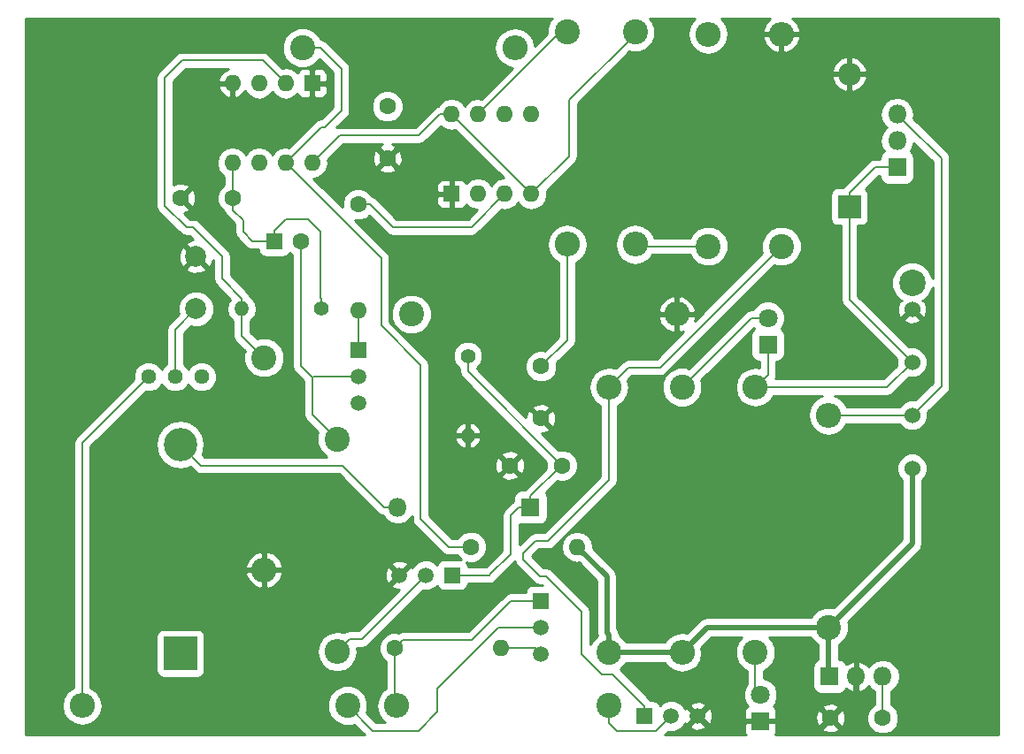
<source format=gbr>
G04 #@! TF.FileFunction,Copper,L1,Top,Signal*
%FSLAX46Y46*%
G04 Gerber Fmt 4.6, Leading zero omitted, Abs format (unit mm)*
G04 Created by KiCad (PCBNEW 4.0.6) date 06/15/17 21:01:38*
%MOMM*%
%LPD*%
G01*
G04 APERTURE LIST*
%ADD10C,0.100000*%
%ADD11C,2.400000*%
%ADD12O,2.400000X2.400000*%
%ADD13C,1.440000*%
%ADD14R,3.200000X3.200000*%
%ADD15O,3.200000X3.200000*%
%ADD16C,1.520000*%
%ADD17R,1.520000X1.520000*%
%ADD18R,2.200000X2.200000*%
%ADD19O,2.200000X2.200000*%
%ADD20C,1.524000*%
%ADD21C,2.530000*%
%ADD22R,1.800000X1.800000*%
%ADD23O,1.800000X1.800000*%
%ADD24C,1.600000*%
%ADD25C,1.800000*%
%ADD26C,1.400000*%
%ADD27O,1.400000X1.400000*%
%ADD28C,2.000000*%
%ADD29R,1.600000X1.600000*%
%ADD30O,1.600000X1.600000*%
%ADD31C,0.200000*%
%ADD32C,0.500000*%
%ADD33C,0.600000*%
%ADD34C,0.254000*%
G04 APERTURE END LIST*
D10*
D11*
X183000000Y-80500000D03*
D12*
X183000000Y-60180000D03*
D13*
X127540000Y-93000000D03*
X125000000Y-93000000D03*
X122460000Y-93000000D03*
D14*
X125500000Y-119500000D03*
D15*
X125500000Y-99500000D03*
D16*
X142500000Y-93000000D03*
X142500000Y-95540000D03*
D17*
X142500000Y-90460000D03*
D11*
X133500000Y-91180000D03*
D12*
X133500000Y-111500000D03*
D11*
X141500000Y-124500000D03*
D12*
X116100000Y-124500000D03*
D11*
X140500000Y-99000000D03*
D12*
X140500000Y-119320000D03*
D11*
X176000000Y-80500000D03*
D12*
X176000000Y-60180000D03*
D18*
X189500000Y-76700000D03*
D19*
X189500000Y-64000000D03*
D20*
X195500000Y-101780000D03*
X195500000Y-96700000D03*
X195500000Y-91620000D03*
X195500000Y-86540000D03*
D21*
X195500000Y-84000000D03*
D22*
X194072255Y-72947651D03*
D23*
X194072255Y-70407651D03*
X194072255Y-67867651D03*
D11*
X180500000Y-119400000D03*
D12*
X180500000Y-94000000D03*
D24*
X192700000Y-125700000D03*
X187700000Y-125700000D03*
D22*
X181000000Y-126000000D03*
D25*
X181000000Y-123460000D03*
D11*
X166500000Y-119400000D03*
D12*
X166500000Y-94000000D03*
D16*
X172460000Y-125500000D03*
X175000000Y-125500000D03*
D17*
X169920000Y-125500000D03*
D11*
X173500000Y-94000000D03*
D12*
X173500000Y-119400000D03*
D11*
X187500000Y-117000000D03*
D12*
X187500000Y-96680000D03*
D22*
X187620000Y-121700000D03*
D23*
X190160000Y-121700000D03*
X192700000Y-121700000D03*
D26*
X139000000Y-86500000D03*
D27*
X131380000Y-86500000D03*
D28*
X127000000Y-86500000D03*
X127000000Y-81500000D03*
D24*
X145300000Y-67100000D03*
X145300000Y-72100000D03*
D29*
X134500000Y-80000000D03*
D24*
X137000000Y-80000000D03*
X130500000Y-75900000D03*
X125500000Y-75900000D03*
D11*
X137180000Y-61500000D03*
D12*
X157500000Y-61500000D03*
D24*
X142500000Y-76500000D03*
D30*
X142500000Y-86660000D03*
D29*
X138100000Y-64900000D03*
D30*
X130480000Y-72520000D03*
X135560000Y-64900000D03*
X133020000Y-72520000D03*
X133020000Y-64900000D03*
X135560000Y-72520000D03*
X130480000Y-64900000D03*
X138100000Y-72520000D03*
D26*
X153000000Y-91000000D03*
D27*
X153000000Y-98620000D03*
D24*
X160000000Y-92000000D03*
X160000000Y-97000000D03*
D11*
X169000000Y-60000000D03*
D12*
X169000000Y-80320000D03*
D11*
X147600000Y-87000000D03*
D12*
X173000000Y-87000000D03*
D11*
X162500000Y-60000000D03*
D12*
X162500000Y-80320000D03*
D29*
X151460000Y-75500000D03*
D30*
X159080000Y-67880000D03*
X154000000Y-75500000D03*
X156540000Y-67880000D03*
X156540000Y-75500000D03*
X154000000Y-67880000D03*
X159080000Y-75500000D03*
X151460000Y-67880000D03*
D24*
X162000000Y-101500000D03*
X157000000Y-101500000D03*
D22*
X159000000Y-105500000D03*
D23*
X146300000Y-105500000D03*
D16*
X160000000Y-117000000D03*
X160000000Y-119540000D03*
D17*
X160000000Y-114460000D03*
D24*
X153300000Y-109300000D03*
D30*
X163460000Y-109300000D03*
D16*
X149000000Y-112000000D03*
X146460000Y-112000000D03*
D17*
X151540000Y-112000000D03*
D11*
X166500000Y-124500000D03*
D12*
X146180000Y-124500000D03*
D24*
X146000000Y-119000000D03*
D30*
X156160000Y-119000000D03*
D22*
X181700000Y-89900000D03*
D25*
X181700000Y-87360000D03*
D31*
X162500000Y-80320000D02*
X162500000Y-89500000D01*
X162500000Y-89500000D02*
X160000000Y-92000000D01*
D32*
X190160000Y-123240000D02*
X190160000Y-121700000D01*
D31*
X125000000Y-93000000D02*
X125000000Y-88500000D01*
X125000000Y-88500000D02*
X127000000Y-86500000D01*
X131500000Y-79100000D02*
X132400000Y-80000000D01*
X132400000Y-80000000D02*
X134500000Y-80000000D01*
X131500000Y-78031370D02*
X131500000Y-79100000D01*
X130500000Y-75900000D02*
X130500000Y-77031370D01*
X130500000Y-77031370D02*
X131500000Y-78031370D01*
X130500000Y-75900000D02*
X130500000Y-72540000D01*
X130500000Y-72540000D02*
X130480000Y-72520000D01*
X134500000Y-80000000D02*
X134500000Y-79000000D01*
X148308630Y-69900000D02*
X140720000Y-69900000D01*
X140720000Y-69900000D02*
X138100000Y-72520000D01*
X151460000Y-67880000D02*
X150328630Y-67880000D01*
X150328630Y-67880000D02*
X148308630Y-69900000D01*
X159080000Y-75500000D02*
X151460000Y-67880000D01*
X162700000Y-66480000D02*
X162700000Y-71880000D01*
X162700000Y-71880000D02*
X159080000Y-75500000D01*
X169000000Y-60180000D02*
X162700000Y-66480000D01*
X137700000Y-77900000D02*
X135600000Y-77900000D01*
X135600000Y-77900000D02*
X134500000Y-79000000D01*
X138900000Y-79100000D02*
X137700000Y-77900000D01*
X138900000Y-85410051D02*
X138900000Y-79100000D01*
X139000000Y-86500000D02*
X139000000Y-85510051D01*
X139000000Y-85510051D02*
X138900000Y-85410051D01*
X192700000Y-121700000D02*
X192700000Y-122972792D01*
X192700000Y-122972792D02*
X192700000Y-125700000D01*
X137000000Y-80000000D02*
X137000000Y-92000000D01*
X137000000Y-92000000D02*
X138100000Y-93100000D01*
X138100000Y-93100000D02*
X138100000Y-96600000D01*
X138100000Y-96600000D02*
X140500000Y-99000000D01*
X138200000Y-93000000D02*
X138100000Y-93100000D01*
X142500000Y-93000000D02*
X138200000Y-93000000D01*
X151540000Y-112000000D02*
X155100000Y-112000000D01*
X155100000Y-112000000D02*
X155100000Y-111968616D01*
X155100000Y-111968616D02*
X157100000Y-109968616D01*
X157100000Y-109968616D02*
X157100000Y-106300000D01*
X157900000Y-105500000D02*
X159000000Y-105500000D01*
X157100000Y-106300000D02*
X157900000Y-105500000D01*
X162000000Y-101500000D02*
X153000000Y-92500000D01*
X153000000Y-92500000D02*
X153000000Y-91000000D01*
X159000000Y-105500000D02*
X159000000Y-104400000D01*
X159000000Y-104400000D02*
X161900000Y-101500000D01*
X161900000Y-101500000D02*
X162000000Y-101500000D01*
X141027208Y-101500000D02*
X127500000Y-101500000D01*
X127500000Y-101500000D02*
X125500000Y-99500000D01*
X146300000Y-105500000D02*
X145027208Y-105500000D01*
X145027208Y-105500000D02*
X141027208Y-101500000D01*
X181700000Y-89900000D02*
X181699999Y-92800001D01*
X181699999Y-92800001D02*
X180500000Y-94000000D01*
X189500000Y-76700000D02*
X189500000Y-75400000D01*
X189500000Y-75400000D02*
X191952349Y-72947651D01*
X191952349Y-72947651D02*
X192972255Y-72947651D01*
X192972255Y-72947651D02*
X194072255Y-72947651D01*
X195500000Y-91620000D02*
X189500000Y-85620000D01*
X189500000Y-85620000D02*
X189500000Y-76700000D01*
X180500000Y-94000000D02*
X193120000Y-94000000D01*
X193120000Y-94000000D02*
X195500000Y-91620000D01*
X173500000Y-94000000D02*
X180140000Y-87360000D01*
X180140000Y-87360000D02*
X181700000Y-87360000D01*
X180500000Y-119400000D02*
X180500000Y-122960000D01*
X180500000Y-122960000D02*
X181000000Y-123460000D01*
D32*
X166300000Y-112140000D02*
X163460000Y-109300000D01*
X166300000Y-117502944D02*
X166300000Y-112140000D01*
X166500000Y-119400000D02*
X166500000Y-117702944D01*
X166500000Y-117702944D02*
X166300000Y-117502944D01*
X187500000Y-117000000D02*
X195500000Y-109000000D01*
X195500000Y-109000000D02*
X195500000Y-101780000D01*
X166500000Y-119400000D02*
X173500000Y-119400000D01*
X187500000Y-117000000D02*
X175900000Y-117000000D01*
X175900000Y-117000000D02*
X173500000Y-119400000D01*
X187500000Y-117000000D02*
X187500000Y-121580000D01*
X187500000Y-121580000D02*
X187620000Y-121700000D01*
D33*
X187960000Y-117460000D02*
X187500000Y-117000000D01*
D31*
X195500000Y-96700000D02*
X198300000Y-93900000D01*
X198300000Y-93900000D02*
X198300000Y-72095396D01*
X198300000Y-72095396D02*
X194972254Y-68767650D01*
X194972254Y-68767650D02*
X194072255Y-67867651D01*
X195500000Y-96700000D02*
X187520000Y-96700000D01*
X187520000Y-96700000D02*
X187500000Y-96680000D01*
X140500000Y-119320000D02*
X141699999Y-118120001D01*
X141699999Y-118120001D02*
X142879999Y-118120001D01*
X142879999Y-118120001D02*
X148240001Y-112759999D01*
X148240001Y-112759999D02*
X149000000Y-112000000D01*
X172460000Y-125500000D02*
X170999999Y-126960001D01*
X170999999Y-126960001D02*
X167262945Y-126960001D01*
X167262945Y-126960001D02*
X166500000Y-126197056D01*
X166500000Y-126197056D02*
X166500000Y-124500000D01*
X166500000Y-94000000D02*
X168400001Y-92099999D01*
X168400001Y-92099999D02*
X171400001Y-92099999D01*
X171400001Y-92099999D02*
X181800001Y-81699999D01*
X181800001Y-81699999D02*
X183000000Y-80500000D01*
X160700000Y-108700000D02*
X166500000Y-102900000D01*
X166500000Y-102900000D02*
X166500000Y-94000000D01*
X159500000Y-108700000D02*
X160700000Y-108700000D01*
X158300000Y-109900000D02*
X159500000Y-108700000D01*
X158300000Y-110500000D02*
X158300000Y-109900000D01*
X159900000Y-112100000D02*
X158300000Y-110500000D01*
X160500000Y-112100000D02*
X159900000Y-112100000D01*
X163900000Y-115500000D02*
X160500000Y-112100000D01*
X163900000Y-119612002D02*
X163900000Y-115500000D01*
X166880000Y-121500000D02*
X165787998Y-121500000D01*
X165787998Y-121500000D02*
X163900000Y-119612002D01*
X169920000Y-125500000D02*
X169920000Y-124540000D01*
X169920000Y-124540000D02*
X166880000Y-121500000D01*
X142500000Y-86660000D02*
X142500000Y-87791370D01*
X142500000Y-87791370D02*
X142500000Y-90460000D01*
X160000000Y-117000000D02*
X155939998Y-117000000D01*
X155939998Y-117000000D02*
X150100000Y-122839998D01*
X150100000Y-122839998D02*
X150100000Y-125100000D01*
X150100000Y-125100000D02*
X148300000Y-126900000D01*
X148300000Y-126900000D02*
X143900000Y-126900000D01*
X143900000Y-126900000D02*
X141500000Y-124500000D01*
X156160000Y-119000000D02*
X159460000Y-119000000D01*
X159460000Y-119000000D02*
X160000000Y-119540000D01*
X153399999Y-118200001D02*
X157140000Y-114460000D01*
X157140000Y-114460000D02*
X160000000Y-114460000D01*
X146000000Y-119000000D02*
X146799999Y-118200001D01*
X146799999Y-118200001D02*
X153399999Y-118200001D01*
X146000000Y-119000000D02*
X146000000Y-124320000D01*
X146000000Y-124320000D02*
X146180000Y-124500000D01*
X169000000Y-80500000D02*
X176000000Y-80500000D01*
X154000000Y-67880000D02*
X161880000Y-60000000D01*
X161880000Y-60000000D02*
X162500000Y-60000000D01*
X125700000Y-62700000D02*
X133360000Y-62700000D01*
X133360000Y-62700000D02*
X135560000Y-64900000D01*
X123999999Y-64400001D02*
X125700000Y-62700000D01*
X126716002Y-78700000D02*
X126079998Y-78700000D01*
X126079998Y-78700000D02*
X123999999Y-76620001D01*
X123999999Y-76620001D02*
X123999999Y-64400001D01*
X129500000Y-83630051D02*
X129500000Y-81483998D01*
X129500000Y-81483998D02*
X126716002Y-78700000D01*
X131380000Y-86500000D02*
X131380000Y-85510051D01*
X131380000Y-85510051D02*
X129500000Y-83630051D01*
X133500000Y-91180000D02*
X131380000Y-89060000D01*
X131380000Y-89060000D02*
X131380000Y-86500000D01*
X148500000Y-92900000D02*
X148500000Y-106600000D01*
X148500000Y-106600000D02*
X151200000Y-109300000D01*
X151200000Y-109300000D02*
X153300000Y-109300000D01*
X139300000Y-69100000D02*
X138980000Y-69100000D01*
X138980000Y-69100000D02*
X135560000Y-72520000D01*
X140900000Y-67500000D02*
X139300000Y-69100000D01*
X140900000Y-63522944D02*
X140900000Y-67500000D01*
X137180000Y-61500000D02*
X138877056Y-61500000D01*
X138877056Y-61500000D02*
X140900000Y-63522944D01*
X144700000Y-88100000D02*
X144700000Y-81660000D01*
X144700000Y-81660000D02*
X135560000Y-72520000D01*
X148500000Y-91900000D02*
X144700000Y-88100000D01*
X148500000Y-92900000D02*
X148500000Y-92700000D01*
X148500000Y-92900000D02*
X148500000Y-91900000D01*
X122460000Y-93000000D02*
X116100000Y-99360000D01*
X116100000Y-99360000D02*
X116100000Y-124500000D01*
X145831370Y-78700000D02*
X153340000Y-78700000D01*
X153340000Y-78700000D02*
X156540000Y-75500000D01*
X142500000Y-76500000D02*
X143631370Y-76500000D01*
X143631370Y-76500000D02*
X145831370Y-78700000D01*
D34*
G36*
X174637405Y-58779653D02*
X174219684Y-59404817D01*
X174073000Y-60142248D01*
X174073000Y-60217752D01*
X174219684Y-60955183D01*
X174637405Y-61580347D01*
X175262569Y-61998068D01*
X176000000Y-62144752D01*
X176737431Y-61998068D01*
X177362595Y-61580347D01*
X177780316Y-60955183D01*
X177852595Y-60591807D01*
X181211797Y-60591807D01*
X181505508Y-61244776D01*
X182026742Y-61735642D01*
X182588195Y-61968195D01*
X182873000Y-61851432D01*
X182873000Y-60307000D01*
X183127000Y-60307000D01*
X183127000Y-61851432D01*
X183411805Y-61968195D01*
X183973258Y-61735642D01*
X184494492Y-61244776D01*
X184788203Y-60591807D01*
X184671858Y-60307000D01*
X183127000Y-60307000D01*
X182873000Y-60307000D01*
X181328142Y-60307000D01*
X181211797Y-60591807D01*
X177852595Y-60591807D01*
X177927000Y-60217752D01*
X177927000Y-60142248D01*
X177780316Y-59404817D01*
X177362595Y-58779653D01*
X177258352Y-58710000D01*
X181935802Y-58710000D01*
X181505508Y-59115224D01*
X181211797Y-59768193D01*
X181328142Y-60053000D01*
X182873000Y-60053000D01*
X182873000Y-60033000D01*
X183127000Y-60033000D01*
X183127000Y-60053000D01*
X184671858Y-60053000D01*
X184788203Y-59768193D01*
X184494492Y-59115224D01*
X184064198Y-58710000D01*
X203790000Y-58710000D01*
X203790000Y-127290000D01*
X182408025Y-127290000D01*
X182438327Y-127259698D01*
X182535000Y-127026309D01*
X182535000Y-126707745D01*
X186871861Y-126707745D01*
X186945995Y-126953864D01*
X187483223Y-127146965D01*
X188053454Y-127119778D01*
X188454005Y-126953864D01*
X188528139Y-126707745D01*
X187700000Y-125879605D01*
X186871861Y-126707745D01*
X182535000Y-126707745D01*
X182535000Y-126285750D01*
X182376250Y-126127000D01*
X181127000Y-126127000D01*
X181127000Y-126147000D01*
X180873000Y-126147000D01*
X180873000Y-126127000D01*
X179623750Y-126127000D01*
X179465000Y-126285750D01*
X179465000Y-127026309D01*
X179561673Y-127259698D01*
X179591975Y-127290000D01*
X171839554Y-127290000D01*
X172148712Y-126980842D01*
X172162920Y-126986741D01*
X172754485Y-126987258D01*
X173301217Y-126761352D01*
X173584299Y-126478764D01*
X174200841Y-126478764D01*
X174270059Y-126720742D01*
X174792780Y-126907155D01*
X175347049Y-126879341D01*
X175729941Y-126720742D01*
X175799159Y-126478764D01*
X175000000Y-125679605D01*
X174200841Y-126478764D01*
X173584299Y-126478764D01*
X173719882Y-126343418D01*
X173773137Y-126215165D01*
X173779258Y-126229941D01*
X174021236Y-126299159D01*
X174820395Y-125500000D01*
X175179605Y-125500000D01*
X175978764Y-126299159D01*
X176220742Y-126229941D01*
X176407155Y-125707220D01*
X176379341Y-125152951D01*
X176220742Y-124770059D01*
X175978764Y-124700841D01*
X175179605Y-125500000D01*
X174820395Y-125500000D01*
X174021236Y-124700841D01*
X173779258Y-124770059D01*
X173773733Y-124785553D01*
X173721352Y-124658783D01*
X173584046Y-124521236D01*
X174200841Y-124521236D01*
X175000000Y-125320395D01*
X175799159Y-124521236D01*
X175729941Y-124279258D01*
X175207220Y-124092845D01*
X174652951Y-124120659D01*
X174270059Y-124279258D01*
X174200841Y-124521236D01*
X173584046Y-124521236D01*
X173303418Y-124240118D01*
X172757080Y-124013259D01*
X172165515Y-124012742D01*
X171618783Y-124238648D01*
X171373061Y-124483941D01*
X171370549Y-124470590D01*
X171211328Y-124223154D01*
X170968385Y-124057157D01*
X170680000Y-123998758D01*
X170533866Y-123998758D01*
X170504777Y-123955223D01*
X167585891Y-121036337D01*
X167590132Y-121034584D01*
X168132678Y-120492983D01*
X168180839Y-120377000D01*
X171854534Y-120377000D01*
X172137405Y-120800347D01*
X172762569Y-121218068D01*
X173500000Y-121364752D01*
X174237431Y-121218068D01*
X174862595Y-120800347D01*
X175280316Y-120175183D01*
X175427000Y-119437752D01*
X175427000Y-119362248D01*
X175342790Y-118938896D01*
X176304687Y-117977000D01*
X179197915Y-117977000D01*
X178867322Y-118307017D01*
X178573335Y-119015014D01*
X178572666Y-119781622D01*
X178865416Y-120490132D01*
X179407017Y-121032678D01*
X179673000Y-121143124D01*
X179673000Y-122485766D01*
X179621501Y-122537175D01*
X179373283Y-123134950D01*
X179372718Y-123782211D01*
X179619892Y-124380418D01*
X179783124Y-124543935D01*
X179740301Y-124561673D01*
X179561673Y-124740302D01*
X179465000Y-124973691D01*
X179465000Y-125714250D01*
X179623750Y-125873000D01*
X180873000Y-125873000D01*
X180873000Y-125853000D01*
X181127000Y-125853000D01*
X181127000Y-125873000D01*
X182376250Y-125873000D01*
X182535000Y-125714250D01*
X182535000Y-125483223D01*
X186253035Y-125483223D01*
X186280222Y-126053454D01*
X186446136Y-126454005D01*
X186692255Y-126528139D01*
X187520395Y-125700000D01*
X187879605Y-125700000D01*
X188707745Y-126528139D01*
X188953864Y-126454005D01*
X189146965Y-125916777D01*
X189119778Y-125346546D01*
X188953864Y-124945995D01*
X188707745Y-124871861D01*
X187879605Y-125700000D01*
X187520395Y-125700000D01*
X186692255Y-124871861D01*
X186446136Y-124945995D01*
X186253035Y-125483223D01*
X182535000Y-125483223D01*
X182535000Y-124973691D01*
X182438327Y-124740302D01*
X182390281Y-124692255D01*
X186871861Y-124692255D01*
X187700000Y-125520395D01*
X188528139Y-124692255D01*
X188454005Y-124446136D01*
X187916777Y-124253035D01*
X187346546Y-124280222D01*
X186945995Y-124446136D01*
X186871861Y-124692255D01*
X182390281Y-124692255D01*
X182259699Y-124561673D01*
X182217040Y-124544003D01*
X182378499Y-124382825D01*
X182626717Y-123785050D01*
X182627282Y-123137789D01*
X182380108Y-122539582D01*
X181922825Y-122081501D01*
X181327000Y-121834093D01*
X181327000Y-121143308D01*
X181590132Y-121034584D01*
X182132678Y-120492983D01*
X182426665Y-119784986D01*
X182427334Y-119018378D01*
X182134584Y-118309868D01*
X181802296Y-117977000D01*
X185818671Y-117977000D01*
X185865416Y-118090132D01*
X186407017Y-118632678D01*
X186523000Y-118680839D01*
X186523000Y-120095826D01*
X186450590Y-120109451D01*
X186203154Y-120268672D01*
X186037157Y-120511615D01*
X185978758Y-120800000D01*
X185978758Y-122600000D01*
X186029451Y-122869410D01*
X186188672Y-123116846D01*
X186431615Y-123282843D01*
X186720000Y-123341242D01*
X188520000Y-123341242D01*
X188789410Y-123290549D01*
X189036846Y-123131328D01*
X189202843Y-122888385D01*
X189203593Y-122884684D01*
X189252424Y-122937966D01*
X189795258Y-123191046D01*
X190033000Y-123070997D01*
X190033000Y-121827000D01*
X190013000Y-121827000D01*
X190013000Y-121573000D01*
X190033000Y-121573000D01*
X190033000Y-120329003D01*
X190287000Y-120329003D01*
X190287000Y-121573000D01*
X190307000Y-121573000D01*
X190307000Y-121827000D01*
X190287000Y-121827000D01*
X190287000Y-123070997D01*
X190524742Y-123191046D01*
X191067576Y-122937966D01*
X191361694Y-122617040D01*
X191517662Y-122850463D01*
X191873000Y-123087892D01*
X191873000Y-124389493D01*
X191836154Y-124404717D01*
X191406227Y-124833894D01*
X191173265Y-125394928D01*
X191172735Y-126002407D01*
X191404717Y-126563846D01*
X191833894Y-126993773D01*
X192394928Y-127226735D01*
X193002407Y-127227265D01*
X193563846Y-126995283D01*
X193993773Y-126566106D01*
X194226735Y-126005072D01*
X194227265Y-125397593D01*
X193995283Y-124836154D01*
X193566106Y-124406227D01*
X193527000Y-124389989D01*
X193527000Y-123087892D01*
X193882338Y-122850463D01*
X194235027Y-122322626D01*
X194358875Y-121700000D01*
X194235027Y-121077374D01*
X193882338Y-120549537D01*
X193354501Y-120196848D01*
X192731875Y-120073000D01*
X192668125Y-120073000D01*
X192045499Y-120196848D01*
X191517662Y-120549537D01*
X191361694Y-120782960D01*
X191067576Y-120462034D01*
X190524742Y-120208954D01*
X190287000Y-120329003D01*
X190033000Y-120329003D01*
X189795258Y-120208954D01*
X189252424Y-120462034D01*
X189201905Y-120517157D01*
X189051328Y-120283154D01*
X188808385Y-120117157D01*
X188520000Y-120058758D01*
X188477000Y-120058758D01*
X188477000Y-118681329D01*
X188590132Y-118634584D01*
X189132678Y-118092983D01*
X189426665Y-117384986D01*
X189427334Y-116618378D01*
X189379376Y-116502310D01*
X196190843Y-109690844D01*
X196402630Y-109373882D01*
X196420354Y-109284777D01*
X196477000Y-109000000D01*
X196477000Y-102908633D01*
X196761577Y-102624552D01*
X196988741Y-102077480D01*
X196989258Y-101485119D01*
X196763049Y-100937651D01*
X196344552Y-100518423D01*
X195797480Y-100291259D01*
X195205119Y-100290742D01*
X194657651Y-100516951D01*
X194238423Y-100935448D01*
X194011259Y-101482520D01*
X194010742Y-102074881D01*
X194236951Y-102622349D01*
X194523000Y-102908898D01*
X194523000Y-108595313D01*
X187998036Y-115120278D01*
X187884986Y-115073335D01*
X187118378Y-115072666D01*
X186409868Y-115365416D01*
X185867322Y-115907017D01*
X185819161Y-116023000D01*
X175900000Y-116023000D01*
X175526119Y-116097369D01*
X175209157Y-116309156D01*
X173986329Y-117531985D01*
X173500000Y-117435248D01*
X172762569Y-117581932D01*
X172137405Y-117999653D01*
X171854534Y-118423000D01*
X168181329Y-118423000D01*
X168134584Y-118309868D01*
X167592983Y-117767322D01*
X167477000Y-117719161D01*
X167477000Y-117702944D01*
X167402630Y-117329062D01*
X167317800Y-117202106D01*
X167277000Y-117141043D01*
X167277000Y-112140000D01*
X167202631Y-111766119D01*
X166990844Y-111449157D01*
X164987844Y-109446157D01*
X165016916Y-109300000D01*
X164900680Y-108715642D01*
X164569668Y-108220248D01*
X164074274Y-107889236D01*
X163489916Y-107773000D01*
X163430084Y-107773000D01*
X162845726Y-107889236D01*
X162350332Y-108220248D01*
X162019320Y-108715642D01*
X161903084Y-109300000D01*
X162019320Y-109884358D01*
X162350332Y-110379752D01*
X162845726Y-110710764D01*
X163430084Y-110827000D01*
X163489916Y-110827000D01*
X163586168Y-110807854D01*
X165323000Y-112544687D01*
X165323000Y-117502944D01*
X165380951Y-117794283D01*
X164867322Y-118307017D01*
X164727000Y-118644949D01*
X164727000Y-115500000D01*
X164664048Y-115183521D01*
X164484777Y-114915223D01*
X161084777Y-111515223D01*
X160816479Y-111335952D01*
X160500000Y-111273000D01*
X160242555Y-111273000D01*
X159169554Y-110200000D01*
X159842555Y-109527000D01*
X160700000Y-109527000D01*
X161016479Y-109464048D01*
X161284777Y-109284777D01*
X167084778Y-103484777D01*
X167264048Y-103216479D01*
X167327000Y-102900000D01*
X167327000Y-95758220D01*
X167862595Y-95400347D01*
X168280316Y-94775183D01*
X168358600Y-94381622D01*
X171572666Y-94381622D01*
X171865416Y-95090132D01*
X172407017Y-95632678D01*
X173115014Y-95926665D01*
X173881622Y-95927334D01*
X174590132Y-95634584D01*
X175132678Y-95092983D01*
X175426665Y-94384986D01*
X175427334Y-93618378D01*
X175317352Y-93352202D01*
X180354484Y-88315070D01*
X180419947Y-88380648D01*
X180283154Y-88468672D01*
X180117157Y-88711615D01*
X180058758Y-89000000D01*
X180058758Y-90800000D01*
X180109451Y-91069410D01*
X180268672Y-91316846D01*
X180511615Y-91482843D01*
X180800000Y-91541242D01*
X180872999Y-91541242D01*
X180872999Y-92109442D01*
X180500000Y-92035248D01*
X179762569Y-92181932D01*
X179137405Y-92599653D01*
X178719684Y-93224817D01*
X178573000Y-93962248D01*
X178573000Y-94037752D01*
X178719684Y-94775183D01*
X179137405Y-95400347D01*
X179762569Y-95818068D01*
X180500000Y-95964752D01*
X181237431Y-95818068D01*
X181862595Y-95400347D01*
X182245693Y-94827000D01*
X186938184Y-94827000D01*
X186762569Y-94861932D01*
X186137405Y-95279653D01*
X185719684Y-95904817D01*
X185573000Y-96642248D01*
X185573000Y-96717752D01*
X185719684Y-97455183D01*
X186137405Y-98080347D01*
X186762569Y-98498068D01*
X187500000Y-98644752D01*
X188237431Y-98498068D01*
X188862595Y-98080347D01*
X189232329Y-97527000D01*
X194230609Y-97527000D01*
X194236951Y-97542349D01*
X194655448Y-97961577D01*
X195202520Y-98188741D01*
X195794881Y-98189258D01*
X196342349Y-97963049D01*
X196761577Y-97544552D01*
X196988741Y-96997480D01*
X196989258Y-96405119D01*
X196982000Y-96387554D01*
X198884777Y-94484777D01*
X199064048Y-94216479D01*
X199127000Y-93900000D01*
X199127000Y-72095396D01*
X199064048Y-71778917D01*
X199048703Y-71755952D01*
X198884778Y-71510619D01*
X195628648Y-68254490D01*
X195699255Y-67899526D01*
X195699255Y-67835776D01*
X195575407Y-67213150D01*
X195222718Y-66685313D01*
X194694881Y-66332624D01*
X194072255Y-66208776D01*
X193449629Y-66332624D01*
X192921792Y-66685313D01*
X192569103Y-67213150D01*
X192445255Y-67835776D01*
X192445255Y-67899526D01*
X192569103Y-68522152D01*
X192921792Y-69049989D01*
X193052988Y-69137651D01*
X192921792Y-69225313D01*
X192569103Y-69753150D01*
X192445255Y-70375776D01*
X192445255Y-70439526D01*
X192569103Y-71062152D01*
X192807274Y-71418600D01*
X192655409Y-71516323D01*
X192489412Y-71759266D01*
X192431013Y-72047651D01*
X192431013Y-72120651D01*
X191952349Y-72120651D01*
X191635870Y-72183603D01*
X191367572Y-72362874D01*
X188915223Y-74815223D01*
X188886134Y-74858758D01*
X188400000Y-74858758D01*
X188130590Y-74909451D01*
X187883154Y-75068672D01*
X187717157Y-75311615D01*
X187658758Y-75600000D01*
X187658758Y-77800000D01*
X187709451Y-78069410D01*
X187868672Y-78316846D01*
X188111615Y-78482843D01*
X188400000Y-78541242D01*
X188673000Y-78541242D01*
X188673000Y-85620000D01*
X188735952Y-85936479D01*
X188915223Y-86204777D01*
X194017628Y-91307183D01*
X194011259Y-91322520D01*
X194010742Y-91914881D01*
X194018000Y-91932446D01*
X192777446Y-93173000D01*
X182426282Y-93173000D01*
X182464047Y-93116480D01*
X182526999Y-92800001D01*
X182526999Y-91541242D01*
X182600000Y-91541242D01*
X182869410Y-91490549D01*
X183116846Y-91331328D01*
X183282843Y-91088385D01*
X183341242Y-90800000D01*
X183341242Y-89000000D01*
X183290549Y-88730590D01*
X183131328Y-88483154D01*
X182980831Y-88380323D01*
X183078499Y-88282825D01*
X183326717Y-87685050D01*
X183327282Y-87037789D01*
X183080108Y-86439582D01*
X182622825Y-85981501D01*
X182025050Y-85733283D01*
X181377789Y-85732718D01*
X180779582Y-85979892D01*
X180321501Y-86437175D01*
X180281711Y-86533000D01*
X180140000Y-86533000D01*
X179823521Y-86595952D01*
X179555223Y-86775223D01*
X174147928Y-92182518D01*
X173884986Y-92073335D01*
X173118378Y-92072666D01*
X172409868Y-92365416D01*
X171867322Y-92907017D01*
X171573335Y-93615014D01*
X171572666Y-94381622D01*
X168358600Y-94381622D01*
X168427000Y-94037752D01*
X168427000Y-93962248D01*
X168307595Y-93361959D01*
X168742555Y-92926999D01*
X171400001Y-92926999D01*
X171716480Y-92864047D01*
X171984778Y-92684776D01*
X182352072Y-82317482D01*
X182615014Y-82426665D01*
X183381622Y-82427334D01*
X184090132Y-82134584D01*
X184632678Y-81592983D01*
X184926665Y-80884986D01*
X184927334Y-80118378D01*
X184634584Y-79409868D01*
X184092983Y-78867322D01*
X183384986Y-78573335D01*
X182618378Y-78572666D01*
X181909868Y-78865416D01*
X181367322Y-79407017D01*
X181073335Y-80115014D01*
X181072666Y-80881622D01*
X181182648Y-81147798D01*
X174695961Y-87634485D01*
X174788195Y-87411805D01*
X174671432Y-87127000D01*
X173127000Y-87127000D01*
X173127000Y-88671858D01*
X173411807Y-88788203D01*
X173648881Y-88681565D01*
X171057447Y-91272999D01*
X168400001Y-91272999D01*
X168083522Y-91335951D01*
X167815224Y-91515222D01*
X167163266Y-92167180D01*
X166500000Y-92035248D01*
X165762569Y-92181932D01*
X165137405Y-92599653D01*
X164719684Y-93224817D01*
X164573000Y-93962248D01*
X164573000Y-94037752D01*
X164719684Y-94775183D01*
X165137405Y-95400347D01*
X165673000Y-95758220D01*
X165673000Y-102557445D01*
X160357446Y-107873000D01*
X159500000Y-107873000D01*
X159183521Y-107935952D01*
X158915222Y-108115223D01*
X157927000Y-109103446D01*
X157927000Y-107106209D01*
X158100000Y-107141242D01*
X159900000Y-107141242D01*
X160169410Y-107090549D01*
X160416846Y-106931328D01*
X160582843Y-106688385D01*
X160641242Y-106400000D01*
X160641242Y-104600000D01*
X160590549Y-104330590D01*
X160452891Y-104116663D01*
X161587449Y-102982106D01*
X161694928Y-103026735D01*
X162302407Y-103027265D01*
X162863846Y-102795283D01*
X163293773Y-102366106D01*
X163526735Y-101805072D01*
X163527265Y-101197593D01*
X163295283Y-100636154D01*
X162866106Y-100206227D01*
X162305072Y-99973265D01*
X161697593Y-99972735D01*
X161658459Y-99988905D01*
X160101352Y-98431798D01*
X160353454Y-98419778D01*
X160754005Y-98253864D01*
X160828139Y-98007745D01*
X160000000Y-97179605D01*
X159985858Y-97193748D01*
X159806252Y-97014142D01*
X159820395Y-97000000D01*
X160179605Y-97000000D01*
X161007745Y-97828139D01*
X161253864Y-97754005D01*
X161446965Y-97216777D01*
X161419778Y-96646546D01*
X161253864Y-96245995D01*
X161007745Y-96171861D01*
X160179605Y-97000000D01*
X159820395Y-97000000D01*
X158992255Y-96171861D01*
X158746136Y-96245995D01*
X158553035Y-96783223D01*
X158558054Y-96888500D01*
X157661809Y-95992255D01*
X159171861Y-95992255D01*
X160000000Y-96820395D01*
X160828139Y-95992255D01*
X160754005Y-95746136D01*
X160216777Y-95553035D01*
X159646546Y-95580222D01*
X159245995Y-95746136D01*
X159171861Y-95992255D01*
X157661809Y-95992255D01*
X153971961Y-92302407D01*
X158472735Y-92302407D01*
X158704717Y-92863846D01*
X159133894Y-93293773D01*
X159694928Y-93526735D01*
X160302407Y-93527265D01*
X160863846Y-93295283D01*
X161293773Y-92866106D01*
X161526735Y-92305072D01*
X161527265Y-91697593D01*
X161511095Y-91658459D01*
X163084777Y-90084777D01*
X163264048Y-89816479D01*
X163327000Y-89500000D01*
X163327000Y-87411805D01*
X171211805Y-87411805D01*
X171444358Y-87973258D01*
X171935224Y-88494492D01*
X172588193Y-88788203D01*
X172873000Y-88671858D01*
X172873000Y-87127000D01*
X171328568Y-87127000D01*
X171211805Y-87411805D01*
X163327000Y-87411805D01*
X163327000Y-86588195D01*
X171211805Y-86588195D01*
X171328568Y-86873000D01*
X172873000Y-86873000D01*
X172873000Y-85328142D01*
X173127000Y-85328142D01*
X173127000Y-86873000D01*
X174671432Y-86873000D01*
X174788195Y-86588195D01*
X174555642Y-86026742D01*
X174064776Y-85505508D01*
X173411807Y-85211797D01*
X173127000Y-85328142D01*
X172873000Y-85328142D01*
X172588193Y-85211797D01*
X171935224Y-85505508D01*
X171444358Y-86026742D01*
X171211805Y-86588195D01*
X163327000Y-86588195D01*
X163327000Y-82078220D01*
X163862595Y-81720347D01*
X164280316Y-81095183D01*
X164427000Y-80357752D01*
X164427000Y-80282248D01*
X167073000Y-80282248D01*
X167073000Y-80357752D01*
X167219684Y-81095183D01*
X167637405Y-81720347D01*
X168262569Y-82138068D01*
X169000000Y-82284752D01*
X169737431Y-82138068D01*
X170362595Y-81720347D01*
X170625421Y-81327000D01*
X174256692Y-81327000D01*
X174365416Y-81590132D01*
X174907017Y-82132678D01*
X175615014Y-82426665D01*
X176381622Y-82427334D01*
X177090132Y-82134584D01*
X177632678Y-81592983D01*
X177926665Y-80884986D01*
X177927334Y-80118378D01*
X177634584Y-79409868D01*
X177092983Y-78867322D01*
X176384986Y-78573335D01*
X175618378Y-78572666D01*
X174909868Y-78865416D01*
X174367322Y-79407017D01*
X174256876Y-79673000D01*
X170805813Y-79673000D01*
X170780316Y-79544817D01*
X170362595Y-78919653D01*
X169737431Y-78501932D01*
X169000000Y-78355248D01*
X168262569Y-78501932D01*
X167637405Y-78919653D01*
X167219684Y-79544817D01*
X167073000Y-80282248D01*
X164427000Y-80282248D01*
X164280316Y-79544817D01*
X163862595Y-78919653D01*
X163237431Y-78501932D01*
X162500000Y-78355248D01*
X161762569Y-78501932D01*
X161137405Y-78919653D01*
X160719684Y-79544817D01*
X160573000Y-80282248D01*
X160573000Y-80357752D01*
X160719684Y-81095183D01*
X161137405Y-81720347D01*
X161673000Y-82078220D01*
X161673000Y-89157446D01*
X160341892Y-90488554D01*
X160305072Y-90473265D01*
X159697593Y-90472735D01*
X159136154Y-90704717D01*
X158706227Y-91133894D01*
X158473265Y-91694928D01*
X158472735Y-92302407D01*
X153971961Y-92302407D01*
X153843675Y-92174121D01*
X154209047Y-91809386D01*
X154426752Y-91285093D01*
X154427248Y-90717397D01*
X154210457Y-90192725D01*
X153809386Y-89790953D01*
X153285093Y-89573248D01*
X152717397Y-89572752D01*
X152192725Y-89789543D01*
X151790953Y-90190614D01*
X151573248Y-90714907D01*
X151572752Y-91282603D01*
X151789543Y-91807275D01*
X152173000Y-92191402D01*
X152173000Y-92500000D01*
X152235952Y-92816479D01*
X152415223Y-93084777D01*
X160488554Y-101158108D01*
X160473265Y-101194928D01*
X160472774Y-101757671D01*
X158415223Y-103815223D01*
X158386134Y-103858758D01*
X158100000Y-103858758D01*
X157830590Y-103909451D01*
X157583154Y-104068672D01*
X157417157Y-104311615D01*
X157358758Y-104600000D01*
X157358758Y-104886134D01*
X157315223Y-104915223D01*
X156515223Y-105715223D01*
X156335952Y-105983521D01*
X156273000Y-106300000D01*
X156273000Y-109626062D01*
X154726062Y-111173000D01*
X153028635Y-111173000D01*
X152990549Y-110970590D01*
X152862631Y-110771801D01*
X152994928Y-110826735D01*
X153602407Y-110827265D01*
X154163846Y-110595283D01*
X154593773Y-110166106D01*
X154826735Y-109605072D01*
X154827265Y-108997593D01*
X154595283Y-108436154D01*
X154166106Y-108006227D01*
X153605072Y-107773265D01*
X152997593Y-107772735D01*
X152436154Y-108004717D01*
X152006227Y-108433894D01*
X151989989Y-108473000D01*
X151542555Y-108473000D01*
X149327000Y-106257446D01*
X149327000Y-102507745D01*
X156171861Y-102507745D01*
X156245995Y-102753864D01*
X156783223Y-102946965D01*
X157353454Y-102919778D01*
X157754005Y-102753864D01*
X157828139Y-102507745D01*
X157000000Y-101679605D01*
X156171861Y-102507745D01*
X149327000Y-102507745D01*
X149327000Y-101283223D01*
X155553035Y-101283223D01*
X155580222Y-101853454D01*
X155746136Y-102254005D01*
X155992255Y-102328139D01*
X156820395Y-101500000D01*
X157179605Y-101500000D01*
X158007745Y-102328139D01*
X158253864Y-102254005D01*
X158446965Y-101716777D01*
X158419778Y-101146546D01*
X158253864Y-100745995D01*
X158007745Y-100671861D01*
X157179605Y-101500000D01*
X156820395Y-101500000D01*
X155992255Y-100671861D01*
X155746136Y-100745995D01*
X155553035Y-101283223D01*
X149327000Y-101283223D01*
X149327000Y-100492255D01*
X156171861Y-100492255D01*
X157000000Y-101320395D01*
X157828139Y-100492255D01*
X157754005Y-100246136D01*
X157216777Y-100053035D01*
X156646546Y-100080222D01*
X156245995Y-100246136D01*
X156171861Y-100492255D01*
X149327000Y-100492255D01*
X149327000Y-98953331D01*
X151707273Y-98953331D01*
X151933236Y-99422663D01*
X152321604Y-99769797D01*
X152666671Y-99912716D01*
X152873000Y-99789374D01*
X152873000Y-98747000D01*
X153127000Y-98747000D01*
X153127000Y-99789374D01*
X153333329Y-99912716D01*
X153678396Y-99769797D01*
X154066764Y-99422663D01*
X154292727Y-98953331D01*
X154170206Y-98747000D01*
X153127000Y-98747000D01*
X152873000Y-98747000D01*
X151829794Y-98747000D01*
X151707273Y-98953331D01*
X149327000Y-98953331D01*
X149327000Y-98286669D01*
X151707273Y-98286669D01*
X151829794Y-98493000D01*
X152873000Y-98493000D01*
X152873000Y-97450626D01*
X153127000Y-97450626D01*
X153127000Y-98493000D01*
X154170206Y-98493000D01*
X154292727Y-98286669D01*
X154066764Y-97817337D01*
X153678396Y-97470203D01*
X153333329Y-97327284D01*
X153127000Y-97450626D01*
X152873000Y-97450626D01*
X152666671Y-97327284D01*
X152321604Y-97470203D01*
X151933236Y-97817337D01*
X151707273Y-98286669D01*
X149327000Y-98286669D01*
X149327000Y-91900000D01*
X149264048Y-91583521D01*
X149243823Y-91553252D01*
X149084778Y-91315223D01*
X145527000Y-87757446D01*
X145527000Y-87381622D01*
X145672666Y-87381622D01*
X145965416Y-88090132D01*
X146507017Y-88632678D01*
X147215014Y-88926665D01*
X147981622Y-88927334D01*
X148690132Y-88634584D01*
X149232678Y-88092983D01*
X149526665Y-87384986D01*
X149527334Y-86618378D01*
X149234584Y-85909868D01*
X148692983Y-85367322D01*
X147984986Y-85073335D01*
X147218378Y-85072666D01*
X146509868Y-85365416D01*
X145967322Y-85907017D01*
X145673335Y-86615014D01*
X145672666Y-87381622D01*
X145527000Y-87381622D01*
X145527000Y-81660000D01*
X145464048Y-81343521D01*
X145284777Y-81075223D01*
X142236325Y-78026771D01*
X142802407Y-78027265D01*
X143363846Y-77795283D01*
X143560644Y-77598828D01*
X145246593Y-79284777D01*
X145514891Y-79464048D01*
X145831370Y-79527000D01*
X153340000Y-79527000D01*
X153656479Y-79464048D01*
X153924777Y-79284777D01*
X156216906Y-76992649D01*
X156540000Y-77056916D01*
X157124358Y-76940680D01*
X157619752Y-76609668D01*
X157810000Y-76324942D01*
X158000248Y-76609668D01*
X158495642Y-76940680D01*
X159080000Y-77056916D01*
X159664358Y-76940680D01*
X160159752Y-76609668D01*
X160490764Y-76114274D01*
X160607000Y-75529916D01*
X160607000Y-75470084D01*
X160552659Y-75196895D01*
X163284777Y-72464777D01*
X163464048Y-72196479D01*
X163483239Y-72100000D01*
X163527000Y-71880000D01*
X163527000Y-66822554D01*
X165953431Y-64396123D01*
X187810817Y-64396123D01*
X188090988Y-65012392D01*
X188585668Y-65474534D01*
X189103878Y-65689175D01*
X189373000Y-65571125D01*
X189373000Y-64127000D01*
X189627000Y-64127000D01*
X189627000Y-65571125D01*
X189896122Y-65689175D01*
X190414332Y-65474534D01*
X190909012Y-65012392D01*
X191189183Y-64396123D01*
X191071604Y-64127000D01*
X189627000Y-64127000D01*
X189373000Y-64127000D01*
X187928396Y-64127000D01*
X187810817Y-64396123D01*
X165953431Y-64396123D01*
X166745677Y-63603877D01*
X187810817Y-63603877D01*
X187928396Y-63873000D01*
X189373000Y-63873000D01*
X189373000Y-62428875D01*
X189627000Y-62428875D01*
X189627000Y-63873000D01*
X191071604Y-63873000D01*
X191189183Y-63603877D01*
X190909012Y-62987608D01*
X190414332Y-62525466D01*
X189896122Y-62310825D01*
X189627000Y-62428875D01*
X189373000Y-62428875D01*
X189103878Y-62310825D01*
X188585668Y-62525466D01*
X188090988Y-62987608D01*
X187810817Y-63603877D01*
X166745677Y-63603877D01*
X168479260Y-61870295D01*
X168615014Y-61926665D01*
X169381622Y-61927334D01*
X170090132Y-61634584D01*
X170632678Y-61092983D01*
X170926665Y-60384986D01*
X170927334Y-59618378D01*
X170634584Y-58909868D01*
X170435064Y-58710000D01*
X174741648Y-58710000D01*
X174637405Y-58779653D01*
X174637405Y-58779653D01*
G37*
X174637405Y-58779653D02*
X174219684Y-59404817D01*
X174073000Y-60142248D01*
X174073000Y-60217752D01*
X174219684Y-60955183D01*
X174637405Y-61580347D01*
X175262569Y-61998068D01*
X176000000Y-62144752D01*
X176737431Y-61998068D01*
X177362595Y-61580347D01*
X177780316Y-60955183D01*
X177852595Y-60591807D01*
X181211797Y-60591807D01*
X181505508Y-61244776D01*
X182026742Y-61735642D01*
X182588195Y-61968195D01*
X182873000Y-61851432D01*
X182873000Y-60307000D01*
X183127000Y-60307000D01*
X183127000Y-61851432D01*
X183411805Y-61968195D01*
X183973258Y-61735642D01*
X184494492Y-61244776D01*
X184788203Y-60591807D01*
X184671858Y-60307000D01*
X183127000Y-60307000D01*
X182873000Y-60307000D01*
X181328142Y-60307000D01*
X181211797Y-60591807D01*
X177852595Y-60591807D01*
X177927000Y-60217752D01*
X177927000Y-60142248D01*
X177780316Y-59404817D01*
X177362595Y-58779653D01*
X177258352Y-58710000D01*
X181935802Y-58710000D01*
X181505508Y-59115224D01*
X181211797Y-59768193D01*
X181328142Y-60053000D01*
X182873000Y-60053000D01*
X182873000Y-60033000D01*
X183127000Y-60033000D01*
X183127000Y-60053000D01*
X184671858Y-60053000D01*
X184788203Y-59768193D01*
X184494492Y-59115224D01*
X184064198Y-58710000D01*
X203790000Y-58710000D01*
X203790000Y-127290000D01*
X182408025Y-127290000D01*
X182438327Y-127259698D01*
X182535000Y-127026309D01*
X182535000Y-126707745D01*
X186871861Y-126707745D01*
X186945995Y-126953864D01*
X187483223Y-127146965D01*
X188053454Y-127119778D01*
X188454005Y-126953864D01*
X188528139Y-126707745D01*
X187700000Y-125879605D01*
X186871861Y-126707745D01*
X182535000Y-126707745D01*
X182535000Y-126285750D01*
X182376250Y-126127000D01*
X181127000Y-126127000D01*
X181127000Y-126147000D01*
X180873000Y-126147000D01*
X180873000Y-126127000D01*
X179623750Y-126127000D01*
X179465000Y-126285750D01*
X179465000Y-127026309D01*
X179561673Y-127259698D01*
X179591975Y-127290000D01*
X171839554Y-127290000D01*
X172148712Y-126980842D01*
X172162920Y-126986741D01*
X172754485Y-126987258D01*
X173301217Y-126761352D01*
X173584299Y-126478764D01*
X174200841Y-126478764D01*
X174270059Y-126720742D01*
X174792780Y-126907155D01*
X175347049Y-126879341D01*
X175729941Y-126720742D01*
X175799159Y-126478764D01*
X175000000Y-125679605D01*
X174200841Y-126478764D01*
X173584299Y-126478764D01*
X173719882Y-126343418D01*
X173773137Y-126215165D01*
X173779258Y-126229941D01*
X174021236Y-126299159D01*
X174820395Y-125500000D01*
X175179605Y-125500000D01*
X175978764Y-126299159D01*
X176220742Y-126229941D01*
X176407155Y-125707220D01*
X176379341Y-125152951D01*
X176220742Y-124770059D01*
X175978764Y-124700841D01*
X175179605Y-125500000D01*
X174820395Y-125500000D01*
X174021236Y-124700841D01*
X173779258Y-124770059D01*
X173773733Y-124785553D01*
X173721352Y-124658783D01*
X173584046Y-124521236D01*
X174200841Y-124521236D01*
X175000000Y-125320395D01*
X175799159Y-124521236D01*
X175729941Y-124279258D01*
X175207220Y-124092845D01*
X174652951Y-124120659D01*
X174270059Y-124279258D01*
X174200841Y-124521236D01*
X173584046Y-124521236D01*
X173303418Y-124240118D01*
X172757080Y-124013259D01*
X172165515Y-124012742D01*
X171618783Y-124238648D01*
X171373061Y-124483941D01*
X171370549Y-124470590D01*
X171211328Y-124223154D01*
X170968385Y-124057157D01*
X170680000Y-123998758D01*
X170533866Y-123998758D01*
X170504777Y-123955223D01*
X167585891Y-121036337D01*
X167590132Y-121034584D01*
X168132678Y-120492983D01*
X168180839Y-120377000D01*
X171854534Y-120377000D01*
X172137405Y-120800347D01*
X172762569Y-121218068D01*
X173500000Y-121364752D01*
X174237431Y-121218068D01*
X174862595Y-120800347D01*
X175280316Y-120175183D01*
X175427000Y-119437752D01*
X175427000Y-119362248D01*
X175342790Y-118938896D01*
X176304687Y-117977000D01*
X179197915Y-117977000D01*
X178867322Y-118307017D01*
X178573335Y-119015014D01*
X178572666Y-119781622D01*
X178865416Y-120490132D01*
X179407017Y-121032678D01*
X179673000Y-121143124D01*
X179673000Y-122485766D01*
X179621501Y-122537175D01*
X179373283Y-123134950D01*
X179372718Y-123782211D01*
X179619892Y-124380418D01*
X179783124Y-124543935D01*
X179740301Y-124561673D01*
X179561673Y-124740302D01*
X179465000Y-124973691D01*
X179465000Y-125714250D01*
X179623750Y-125873000D01*
X180873000Y-125873000D01*
X180873000Y-125853000D01*
X181127000Y-125853000D01*
X181127000Y-125873000D01*
X182376250Y-125873000D01*
X182535000Y-125714250D01*
X182535000Y-125483223D01*
X186253035Y-125483223D01*
X186280222Y-126053454D01*
X186446136Y-126454005D01*
X186692255Y-126528139D01*
X187520395Y-125700000D01*
X187879605Y-125700000D01*
X188707745Y-126528139D01*
X188953864Y-126454005D01*
X189146965Y-125916777D01*
X189119778Y-125346546D01*
X188953864Y-124945995D01*
X188707745Y-124871861D01*
X187879605Y-125700000D01*
X187520395Y-125700000D01*
X186692255Y-124871861D01*
X186446136Y-124945995D01*
X186253035Y-125483223D01*
X182535000Y-125483223D01*
X182535000Y-124973691D01*
X182438327Y-124740302D01*
X182390281Y-124692255D01*
X186871861Y-124692255D01*
X187700000Y-125520395D01*
X188528139Y-124692255D01*
X188454005Y-124446136D01*
X187916777Y-124253035D01*
X187346546Y-124280222D01*
X186945995Y-124446136D01*
X186871861Y-124692255D01*
X182390281Y-124692255D01*
X182259699Y-124561673D01*
X182217040Y-124544003D01*
X182378499Y-124382825D01*
X182626717Y-123785050D01*
X182627282Y-123137789D01*
X182380108Y-122539582D01*
X181922825Y-122081501D01*
X181327000Y-121834093D01*
X181327000Y-121143308D01*
X181590132Y-121034584D01*
X182132678Y-120492983D01*
X182426665Y-119784986D01*
X182427334Y-119018378D01*
X182134584Y-118309868D01*
X181802296Y-117977000D01*
X185818671Y-117977000D01*
X185865416Y-118090132D01*
X186407017Y-118632678D01*
X186523000Y-118680839D01*
X186523000Y-120095826D01*
X186450590Y-120109451D01*
X186203154Y-120268672D01*
X186037157Y-120511615D01*
X185978758Y-120800000D01*
X185978758Y-122600000D01*
X186029451Y-122869410D01*
X186188672Y-123116846D01*
X186431615Y-123282843D01*
X186720000Y-123341242D01*
X188520000Y-123341242D01*
X188789410Y-123290549D01*
X189036846Y-123131328D01*
X189202843Y-122888385D01*
X189203593Y-122884684D01*
X189252424Y-122937966D01*
X189795258Y-123191046D01*
X190033000Y-123070997D01*
X190033000Y-121827000D01*
X190013000Y-121827000D01*
X190013000Y-121573000D01*
X190033000Y-121573000D01*
X190033000Y-120329003D01*
X190287000Y-120329003D01*
X190287000Y-121573000D01*
X190307000Y-121573000D01*
X190307000Y-121827000D01*
X190287000Y-121827000D01*
X190287000Y-123070997D01*
X190524742Y-123191046D01*
X191067576Y-122937966D01*
X191361694Y-122617040D01*
X191517662Y-122850463D01*
X191873000Y-123087892D01*
X191873000Y-124389493D01*
X191836154Y-124404717D01*
X191406227Y-124833894D01*
X191173265Y-125394928D01*
X191172735Y-126002407D01*
X191404717Y-126563846D01*
X191833894Y-126993773D01*
X192394928Y-127226735D01*
X193002407Y-127227265D01*
X193563846Y-126995283D01*
X193993773Y-126566106D01*
X194226735Y-126005072D01*
X194227265Y-125397593D01*
X193995283Y-124836154D01*
X193566106Y-124406227D01*
X193527000Y-124389989D01*
X193527000Y-123087892D01*
X193882338Y-122850463D01*
X194235027Y-122322626D01*
X194358875Y-121700000D01*
X194235027Y-121077374D01*
X193882338Y-120549537D01*
X193354501Y-120196848D01*
X192731875Y-120073000D01*
X192668125Y-120073000D01*
X192045499Y-120196848D01*
X191517662Y-120549537D01*
X191361694Y-120782960D01*
X191067576Y-120462034D01*
X190524742Y-120208954D01*
X190287000Y-120329003D01*
X190033000Y-120329003D01*
X189795258Y-120208954D01*
X189252424Y-120462034D01*
X189201905Y-120517157D01*
X189051328Y-120283154D01*
X188808385Y-120117157D01*
X188520000Y-120058758D01*
X188477000Y-120058758D01*
X188477000Y-118681329D01*
X188590132Y-118634584D01*
X189132678Y-118092983D01*
X189426665Y-117384986D01*
X189427334Y-116618378D01*
X189379376Y-116502310D01*
X196190843Y-109690844D01*
X196402630Y-109373882D01*
X196420354Y-109284777D01*
X196477000Y-109000000D01*
X196477000Y-102908633D01*
X196761577Y-102624552D01*
X196988741Y-102077480D01*
X196989258Y-101485119D01*
X196763049Y-100937651D01*
X196344552Y-100518423D01*
X195797480Y-100291259D01*
X195205119Y-100290742D01*
X194657651Y-100516951D01*
X194238423Y-100935448D01*
X194011259Y-101482520D01*
X194010742Y-102074881D01*
X194236951Y-102622349D01*
X194523000Y-102908898D01*
X194523000Y-108595313D01*
X187998036Y-115120278D01*
X187884986Y-115073335D01*
X187118378Y-115072666D01*
X186409868Y-115365416D01*
X185867322Y-115907017D01*
X185819161Y-116023000D01*
X175900000Y-116023000D01*
X175526119Y-116097369D01*
X175209157Y-116309156D01*
X173986329Y-117531985D01*
X173500000Y-117435248D01*
X172762569Y-117581932D01*
X172137405Y-117999653D01*
X171854534Y-118423000D01*
X168181329Y-118423000D01*
X168134584Y-118309868D01*
X167592983Y-117767322D01*
X167477000Y-117719161D01*
X167477000Y-117702944D01*
X167402630Y-117329062D01*
X167317800Y-117202106D01*
X167277000Y-117141043D01*
X167277000Y-112140000D01*
X167202631Y-111766119D01*
X166990844Y-111449157D01*
X164987844Y-109446157D01*
X165016916Y-109300000D01*
X164900680Y-108715642D01*
X164569668Y-108220248D01*
X164074274Y-107889236D01*
X163489916Y-107773000D01*
X163430084Y-107773000D01*
X162845726Y-107889236D01*
X162350332Y-108220248D01*
X162019320Y-108715642D01*
X161903084Y-109300000D01*
X162019320Y-109884358D01*
X162350332Y-110379752D01*
X162845726Y-110710764D01*
X163430084Y-110827000D01*
X163489916Y-110827000D01*
X163586168Y-110807854D01*
X165323000Y-112544687D01*
X165323000Y-117502944D01*
X165380951Y-117794283D01*
X164867322Y-118307017D01*
X164727000Y-118644949D01*
X164727000Y-115500000D01*
X164664048Y-115183521D01*
X164484777Y-114915223D01*
X161084777Y-111515223D01*
X160816479Y-111335952D01*
X160500000Y-111273000D01*
X160242555Y-111273000D01*
X159169554Y-110200000D01*
X159842555Y-109527000D01*
X160700000Y-109527000D01*
X161016479Y-109464048D01*
X161284777Y-109284777D01*
X167084778Y-103484777D01*
X167264048Y-103216479D01*
X167327000Y-102900000D01*
X167327000Y-95758220D01*
X167862595Y-95400347D01*
X168280316Y-94775183D01*
X168358600Y-94381622D01*
X171572666Y-94381622D01*
X171865416Y-95090132D01*
X172407017Y-95632678D01*
X173115014Y-95926665D01*
X173881622Y-95927334D01*
X174590132Y-95634584D01*
X175132678Y-95092983D01*
X175426665Y-94384986D01*
X175427334Y-93618378D01*
X175317352Y-93352202D01*
X180354484Y-88315070D01*
X180419947Y-88380648D01*
X180283154Y-88468672D01*
X180117157Y-88711615D01*
X180058758Y-89000000D01*
X180058758Y-90800000D01*
X180109451Y-91069410D01*
X180268672Y-91316846D01*
X180511615Y-91482843D01*
X180800000Y-91541242D01*
X180872999Y-91541242D01*
X180872999Y-92109442D01*
X180500000Y-92035248D01*
X179762569Y-92181932D01*
X179137405Y-92599653D01*
X178719684Y-93224817D01*
X178573000Y-93962248D01*
X178573000Y-94037752D01*
X178719684Y-94775183D01*
X179137405Y-95400347D01*
X179762569Y-95818068D01*
X180500000Y-95964752D01*
X181237431Y-95818068D01*
X181862595Y-95400347D01*
X182245693Y-94827000D01*
X186938184Y-94827000D01*
X186762569Y-94861932D01*
X186137405Y-95279653D01*
X185719684Y-95904817D01*
X185573000Y-96642248D01*
X185573000Y-96717752D01*
X185719684Y-97455183D01*
X186137405Y-98080347D01*
X186762569Y-98498068D01*
X187500000Y-98644752D01*
X188237431Y-98498068D01*
X188862595Y-98080347D01*
X189232329Y-97527000D01*
X194230609Y-97527000D01*
X194236951Y-97542349D01*
X194655448Y-97961577D01*
X195202520Y-98188741D01*
X195794881Y-98189258D01*
X196342349Y-97963049D01*
X196761577Y-97544552D01*
X196988741Y-96997480D01*
X196989258Y-96405119D01*
X196982000Y-96387554D01*
X198884777Y-94484777D01*
X199064048Y-94216479D01*
X199127000Y-93900000D01*
X199127000Y-72095396D01*
X199064048Y-71778917D01*
X199048703Y-71755952D01*
X198884778Y-71510619D01*
X195628648Y-68254490D01*
X195699255Y-67899526D01*
X195699255Y-67835776D01*
X195575407Y-67213150D01*
X195222718Y-66685313D01*
X194694881Y-66332624D01*
X194072255Y-66208776D01*
X193449629Y-66332624D01*
X192921792Y-66685313D01*
X192569103Y-67213150D01*
X192445255Y-67835776D01*
X192445255Y-67899526D01*
X192569103Y-68522152D01*
X192921792Y-69049989D01*
X193052988Y-69137651D01*
X192921792Y-69225313D01*
X192569103Y-69753150D01*
X192445255Y-70375776D01*
X192445255Y-70439526D01*
X192569103Y-71062152D01*
X192807274Y-71418600D01*
X192655409Y-71516323D01*
X192489412Y-71759266D01*
X192431013Y-72047651D01*
X192431013Y-72120651D01*
X191952349Y-72120651D01*
X191635870Y-72183603D01*
X191367572Y-72362874D01*
X188915223Y-74815223D01*
X188886134Y-74858758D01*
X188400000Y-74858758D01*
X188130590Y-74909451D01*
X187883154Y-75068672D01*
X187717157Y-75311615D01*
X187658758Y-75600000D01*
X187658758Y-77800000D01*
X187709451Y-78069410D01*
X187868672Y-78316846D01*
X188111615Y-78482843D01*
X188400000Y-78541242D01*
X188673000Y-78541242D01*
X188673000Y-85620000D01*
X188735952Y-85936479D01*
X188915223Y-86204777D01*
X194017628Y-91307183D01*
X194011259Y-91322520D01*
X194010742Y-91914881D01*
X194018000Y-91932446D01*
X192777446Y-93173000D01*
X182426282Y-93173000D01*
X182464047Y-93116480D01*
X182526999Y-92800001D01*
X182526999Y-91541242D01*
X182600000Y-91541242D01*
X182869410Y-91490549D01*
X183116846Y-91331328D01*
X183282843Y-91088385D01*
X183341242Y-90800000D01*
X183341242Y-89000000D01*
X183290549Y-88730590D01*
X183131328Y-88483154D01*
X182980831Y-88380323D01*
X183078499Y-88282825D01*
X183326717Y-87685050D01*
X183327282Y-87037789D01*
X183080108Y-86439582D01*
X182622825Y-85981501D01*
X182025050Y-85733283D01*
X181377789Y-85732718D01*
X180779582Y-85979892D01*
X180321501Y-86437175D01*
X180281711Y-86533000D01*
X180140000Y-86533000D01*
X179823521Y-86595952D01*
X179555223Y-86775223D01*
X174147928Y-92182518D01*
X173884986Y-92073335D01*
X173118378Y-92072666D01*
X172409868Y-92365416D01*
X171867322Y-92907017D01*
X171573335Y-93615014D01*
X171572666Y-94381622D01*
X168358600Y-94381622D01*
X168427000Y-94037752D01*
X168427000Y-93962248D01*
X168307595Y-93361959D01*
X168742555Y-92926999D01*
X171400001Y-92926999D01*
X171716480Y-92864047D01*
X171984778Y-92684776D01*
X182352072Y-82317482D01*
X182615014Y-82426665D01*
X183381622Y-82427334D01*
X184090132Y-82134584D01*
X184632678Y-81592983D01*
X184926665Y-80884986D01*
X184927334Y-80118378D01*
X184634584Y-79409868D01*
X184092983Y-78867322D01*
X183384986Y-78573335D01*
X182618378Y-78572666D01*
X181909868Y-78865416D01*
X181367322Y-79407017D01*
X181073335Y-80115014D01*
X181072666Y-80881622D01*
X181182648Y-81147798D01*
X174695961Y-87634485D01*
X174788195Y-87411805D01*
X174671432Y-87127000D01*
X173127000Y-87127000D01*
X173127000Y-88671858D01*
X173411807Y-88788203D01*
X173648881Y-88681565D01*
X171057447Y-91272999D01*
X168400001Y-91272999D01*
X168083522Y-91335951D01*
X167815224Y-91515222D01*
X167163266Y-92167180D01*
X166500000Y-92035248D01*
X165762569Y-92181932D01*
X165137405Y-92599653D01*
X164719684Y-93224817D01*
X164573000Y-93962248D01*
X164573000Y-94037752D01*
X164719684Y-94775183D01*
X165137405Y-95400347D01*
X165673000Y-95758220D01*
X165673000Y-102557445D01*
X160357446Y-107873000D01*
X159500000Y-107873000D01*
X159183521Y-107935952D01*
X158915222Y-108115223D01*
X157927000Y-109103446D01*
X157927000Y-107106209D01*
X158100000Y-107141242D01*
X159900000Y-107141242D01*
X160169410Y-107090549D01*
X160416846Y-106931328D01*
X160582843Y-106688385D01*
X160641242Y-106400000D01*
X160641242Y-104600000D01*
X160590549Y-104330590D01*
X160452891Y-104116663D01*
X161587449Y-102982106D01*
X161694928Y-103026735D01*
X162302407Y-103027265D01*
X162863846Y-102795283D01*
X163293773Y-102366106D01*
X163526735Y-101805072D01*
X163527265Y-101197593D01*
X163295283Y-100636154D01*
X162866106Y-100206227D01*
X162305072Y-99973265D01*
X161697593Y-99972735D01*
X161658459Y-99988905D01*
X160101352Y-98431798D01*
X160353454Y-98419778D01*
X160754005Y-98253864D01*
X160828139Y-98007745D01*
X160000000Y-97179605D01*
X159985858Y-97193748D01*
X159806252Y-97014142D01*
X159820395Y-97000000D01*
X160179605Y-97000000D01*
X161007745Y-97828139D01*
X161253864Y-97754005D01*
X161446965Y-97216777D01*
X161419778Y-96646546D01*
X161253864Y-96245995D01*
X161007745Y-96171861D01*
X160179605Y-97000000D01*
X159820395Y-97000000D01*
X158992255Y-96171861D01*
X158746136Y-96245995D01*
X158553035Y-96783223D01*
X158558054Y-96888500D01*
X157661809Y-95992255D01*
X159171861Y-95992255D01*
X160000000Y-96820395D01*
X160828139Y-95992255D01*
X160754005Y-95746136D01*
X160216777Y-95553035D01*
X159646546Y-95580222D01*
X159245995Y-95746136D01*
X159171861Y-95992255D01*
X157661809Y-95992255D01*
X153971961Y-92302407D01*
X158472735Y-92302407D01*
X158704717Y-92863846D01*
X159133894Y-93293773D01*
X159694928Y-93526735D01*
X160302407Y-93527265D01*
X160863846Y-93295283D01*
X161293773Y-92866106D01*
X161526735Y-92305072D01*
X161527265Y-91697593D01*
X161511095Y-91658459D01*
X163084777Y-90084777D01*
X163264048Y-89816479D01*
X163327000Y-89500000D01*
X163327000Y-87411805D01*
X171211805Y-87411805D01*
X171444358Y-87973258D01*
X171935224Y-88494492D01*
X172588193Y-88788203D01*
X172873000Y-88671858D01*
X172873000Y-87127000D01*
X171328568Y-87127000D01*
X171211805Y-87411805D01*
X163327000Y-87411805D01*
X163327000Y-86588195D01*
X171211805Y-86588195D01*
X171328568Y-86873000D01*
X172873000Y-86873000D01*
X172873000Y-85328142D01*
X173127000Y-85328142D01*
X173127000Y-86873000D01*
X174671432Y-86873000D01*
X174788195Y-86588195D01*
X174555642Y-86026742D01*
X174064776Y-85505508D01*
X173411807Y-85211797D01*
X173127000Y-85328142D01*
X172873000Y-85328142D01*
X172588193Y-85211797D01*
X171935224Y-85505508D01*
X171444358Y-86026742D01*
X171211805Y-86588195D01*
X163327000Y-86588195D01*
X163327000Y-82078220D01*
X163862595Y-81720347D01*
X164280316Y-81095183D01*
X164427000Y-80357752D01*
X164427000Y-80282248D01*
X167073000Y-80282248D01*
X167073000Y-80357752D01*
X167219684Y-81095183D01*
X167637405Y-81720347D01*
X168262569Y-82138068D01*
X169000000Y-82284752D01*
X169737431Y-82138068D01*
X170362595Y-81720347D01*
X170625421Y-81327000D01*
X174256692Y-81327000D01*
X174365416Y-81590132D01*
X174907017Y-82132678D01*
X175615014Y-82426665D01*
X176381622Y-82427334D01*
X177090132Y-82134584D01*
X177632678Y-81592983D01*
X177926665Y-80884986D01*
X177927334Y-80118378D01*
X177634584Y-79409868D01*
X177092983Y-78867322D01*
X176384986Y-78573335D01*
X175618378Y-78572666D01*
X174909868Y-78865416D01*
X174367322Y-79407017D01*
X174256876Y-79673000D01*
X170805813Y-79673000D01*
X170780316Y-79544817D01*
X170362595Y-78919653D01*
X169737431Y-78501932D01*
X169000000Y-78355248D01*
X168262569Y-78501932D01*
X167637405Y-78919653D01*
X167219684Y-79544817D01*
X167073000Y-80282248D01*
X164427000Y-80282248D01*
X164280316Y-79544817D01*
X163862595Y-78919653D01*
X163237431Y-78501932D01*
X162500000Y-78355248D01*
X161762569Y-78501932D01*
X161137405Y-78919653D01*
X160719684Y-79544817D01*
X160573000Y-80282248D01*
X160573000Y-80357752D01*
X160719684Y-81095183D01*
X161137405Y-81720347D01*
X161673000Y-82078220D01*
X161673000Y-89157446D01*
X160341892Y-90488554D01*
X160305072Y-90473265D01*
X159697593Y-90472735D01*
X159136154Y-90704717D01*
X158706227Y-91133894D01*
X158473265Y-91694928D01*
X158472735Y-92302407D01*
X153971961Y-92302407D01*
X153843675Y-92174121D01*
X154209047Y-91809386D01*
X154426752Y-91285093D01*
X154427248Y-90717397D01*
X154210457Y-90192725D01*
X153809386Y-89790953D01*
X153285093Y-89573248D01*
X152717397Y-89572752D01*
X152192725Y-89789543D01*
X151790953Y-90190614D01*
X151573248Y-90714907D01*
X151572752Y-91282603D01*
X151789543Y-91807275D01*
X152173000Y-92191402D01*
X152173000Y-92500000D01*
X152235952Y-92816479D01*
X152415223Y-93084777D01*
X160488554Y-101158108D01*
X160473265Y-101194928D01*
X160472774Y-101757671D01*
X158415223Y-103815223D01*
X158386134Y-103858758D01*
X158100000Y-103858758D01*
X157830590Y-103909451D01*
X157583154Y-104068672D01*
X157417157Y-104311615D01*
X157358758Y-104600000D01*
X157358758Y-104886134D01*
X157315223Y-104915223D01*
X156515223Y-105715223D01*
X156335952Y-105983521D01*
X156273000Y-106300000D01*
X156273000Y-109626062D01*
X154726062Y-111173000D01*
X153028635Y-111173000D01*
X152990549Y-110970590D01*
X152862631Y-110771801D01*
X152994928Y-110826735D01*
X153602407Y-110827265D01*
X154163846Y-110595283D01*
X154593773Y-110166106D01*
X154826735Y-109605072D01*
X154827265Y-108997593D01*
X154595283Y-108436154D01*
X154166106Y-108006227D01*
X153605072Y-107773265D01*
X152997593Y-107772735D01*
X152436154Y-108004717D01*
X152006227Y-108433894D01*
X151989989Y-108473000D01*
X151542555Y-108473000D01*
X149327000Y-106257446D01*
X149327000Y-102507745D01*
X156171861Y-102507745D01*
X156245995Y-102753864D01*
X156783223Y-102946965D01*
X157353454Y-102919778D01*
X157754005Y-102753864D01*
X157828139Y-102507745D01*
X157000000Y-101679605D01*
X156171861Y-102507745D01*
X149327000Y-102507745D01*
X149327000Y-101283223D01*
X155553035Y-101283223D01*
X155580222Y-101853454D01*
X155746136Y-102254005D01*
X155992255Y-102328139D01*
X156820395Y-101500000D01*
X157179605Y-101500000D01*
X158007745Y-102328139D01*
X158253864Y-102254005D01*
X158446965Y-101716777D01*
X158419778Y-101146546D01*
X158253864Y-100745995D01*
X158007745Y-100671861D01*
X157179605Y-101500000D01*
X156820395Y-101500000D01*
X155992255Y-100671861D01*
X155746136Y-100745995D01*
X155553035Y-101283223D01*
X149327000Y-101283223D01*
X149327000Y-100492255D01*
X156171861Y-100492255D01*
X157000000Y-101320395D01*
X157828139Y-100492255D01*
X157754005Y-100246136D01*
X157216777Y-100053035D01*
X156646546Y-100080222D01*
X156245995Y-100246136D01*
X156171861Y-100492255D01*
X149327000Y-100492255D01*
X149327000Y-98953331D01*
X151707273Y-98953331D01*
X151933236Y-99422663D01*
X152321604Y-99769797D01*
X152666671Y-99912716D01*
X152873000Y-99789374D01*
X152873000Y-98747000D01*
X153127000Y-98747000D01*
X153127000Y-99789374D01*
X153333329Y-99912716D01*
X153678396Y-99769797D01*
X154066764Y-99422663D01*
X154292727Y-98953331D01*
X154170206Y-98747000D01*
X153127000Y-98747000D01*
X152873000Y-98747000D01*
X151829794Y-98747000D01*
X151707273Y-98953331D01*
X149327000Y-98953331D01*
X149327000Y-98286669D01*
X151707273Y-98286669D01*
X151829794Y-98493000D01*
X152873000Y-98493000D01*
X152873000Y-97450626D01*
X153127000Y-97450626D01*
X153127000Y-98493000D01*
X154170206Y-98493000D01*
X154292727Y-98286669D01*
X154066764Y-97817337D01*
X153678396Y-97470203D01*
X153333329Y-97327284D01*
X153127000Y-97450626D01*
X152873000Y-97450626D01*
X152666671Y-97327284D01*
X152321604Y-97470203D01*
X151933236Y-97817337D01*
X151707273Y-98286669D01*
X149327000Y-98286669D01*
X149327000Y-91900000D01*
X149264048Y-91583521D01*
X149243823Y-91553252D01*
X149084778Y-91315223D01*
X145527000Y-87757446D01*
X145527000Y-87381622D01*
X145672666Y-87381622D01*
X145965416Y-88090132D01*
X146507017Y-88632678D01*
X147215014Y-88926665D01*
X147981622Y-88927334D01*
X148690132Y-88634584D01*
X149232678Y-88092983D01*
X149526665Y-87384986D01*
X149527334Y-86618378D01*
X149234584Y-85909868D01*
X148692983Y-85367322D01*
X147984986Y-85073335D01*
X147218378Y-85072666D01*
X146509868Y-85365416D01*
X145967322Y-85907017D01*
X145673335Y-86615014D01*
X145672666Y-87381622D01*
X145527000Y-87381622D01*
X145527000Y-81660000D01*
X145464048Y-81343521D01*
X145284777Y-81075223D01*
X142236325Y-78026771D01*
X142802407Y-78027265D01*
X143363846Y-77795283D01*
X143560644Y-77598828D01*
X145246593Y-79284777D01*
X145514891Y-79464048D01*
X145831370Y-79527000D01*
X153340000Y-79527000D01*
X153656479Y-79464048D01*
X153924777Y-79284777D01*
X156216906Y-76992649D01*
X156540000Y-77056916D01*
X157124358Y-76940680D01*
X157619752Y-76609668D01*
X157810000Y-76324942D01*
X158000248Y-76609668D01*
X158495642Y-76940680D01*
X159080000Y-77056916D01*
X159664358Y-76940680D01*
X160159752Y-76609668D01*
X160490764Y-76114274D01*
X160607000Y-75529916D01*
X160607000Y-75470084D01*
X160552659Y-75196895D01*
X163284777Y-72464777D01*
X163464048Y-72196479D01*
X163483239Y-72100000D01*
X163527000Y-71880000D01*
X163527000Y-66822554D01*
X165953431Y-64396123D01*
X187810817Y-64396123D01*
X188090988Y-65012392D01*
X188585668Y-65474534D01*
X189103878Y-65689175D01*
X189373000Y-65571125D01*
X189373000Y-64127000D01*
X189627000Y-64127000D01*
X189627000Y-65571125D01*
X189896122Y-65689175D01*
X190414332Y-65474534D01*
X190909012Y-65012392D01*
X191189183Y-64396123D01*
X191071604Y-64127000D01*
X189627000Y-64127000D01*
X189373000Y-64127000D01*
X187928396Y-64127000D01*
X187810817Y-64396123D01*
X165953431Y-64396123D01*
X166745677Y-63603877D01*
X187810817Y-63603877D01*
X187928396Y-63873000D01*
X189373000Y-63873000D01*
X189373000Y-62428875D01*
X189627000Y-62428875D01*
X189627000Y-63873000D01*
X191071604Y-63873000D01*
X191189183Y-63603877D01*
X190909012Y-62987608D01*
X190414332Y-62525466D01*
X189896122Y-62310825D01*
X189627000Y-62428875D01*
X189373000Y-62428875D01*
X189103878Y-62310825D01*
X188585668Y-62525466D01*
X188090988Y-62987608D01*
X187810817Y-63603877D01*
X166745677Y-63603877D01*
X168479260Y-61870295D01*
X168615014Y-61926665D01*
X169381622Y-61927334D01*
X170090132Y-61634584D01*
X170632678Y-61092983D01*
X170926665Y-60384986D01*
X170927334Y-59618378D01*
X170634584Y-58909868D01*
X170435064Y-58710000D01*
X174741648Y-58710000D01*
X174637405Y-58779653D01*
G36*
X197473000Y-72437951D02*
X197473000Y-83558687D01*
X197189720Y-82873097D01*
X196629851Y-82312249D01*
X195897972Y-82008346D01*
X195105505Y-82007655D01*
X194373097Y-82310280D01*
X193812249Y-82870149D01*
X193508346Y-83602028D01*
X193507655Y-84394495D01*
X193810280Y-85126903D01*
X194370149Y-85687751D01*
X194504839Y-85743679D01*
X194277603Y-85808857D01*
X194090856Y-86332302D01*
X194118638Y-86887368D01*
X194277603Y-87271143D01*
X194519787Y-87340608D01*
X195320395Y-86540000D01*
X195306253Y-86525858D01*
X195485858Y-86346253D01*
X195500000Y-86360395D01*
X195514143Y-86346253D01*
X195693748Y-86525858D01*
X195679605Y-86540000D01*
X196480213Y-87340608D01*
X196722397Y-87271143D01*
X196909144Y-86747698D01*
X196881362Y-86192632D01*
X196722397Y-85808857D01*
X196495840Y-85743874D01*
X196626903Y-85689720D01*
X197187751Y-85129851D01*
X197473000Y-84442896D01*
X197473000Y-93557446D01*
X195812818Y-95217628D01*
X195797480Y-95211259D01*
X195205119Y-95210742D01*
X194657651Y-95436951D01*
X194238423Y-95855448D01*
X194231135Y-95873000D01*
X189259057Y-95873000D01*
X188862595Y-95279653D01*
X188237431Y-94861932D01*
X188061816Y-94827000D01*
X193120000Y-94827000D01*
X193436479Y-94764048D01*
X193704777Y-94584777D01*
X195187182Y-93102372D01*
X195202520Y-93108741D01*
X195794881Y-93109258D01*
X196342349Y-92883049D01*
X196761577Y-92464552D01*
X196988741Y-91917480D01*
X196989258Y-91325119D01*
X196763049Y-90777651D01*
X196344552Y-90358423D01*
X195797480Y-90131259D01*
X195205119Y-90130742D01*
X195187554Y-90138000D01*
X192569767Y-87520213D01*
X194699392Y-87520213D01*
X194768857Y-87762397D01*
X195292302Y-87949144D01*
X195847368Y-87921362D01*
X196231143Y-87762397D01*
X196300608Y-87520213D01*
X195500000Y-86719605D01*
X194699392Y-87520213D01*
X192569767Y-87520213D01*
X190327000Y-85277446D01*
X190327000Y-78541242D01*
X190600000Y-78541242D01*
X190869410Y-78490549D01*
X191116846Y-78331328D01*
X191282843Y-78088385D01*
X191341242Y-77800000D01*
X191341242Y-75600000D01*
X191290549Y-75330590D01*
X191131328Y-75083154D01*
X191045229Y-75024325D01*
X192294903Y-73774651D01*
X192431013Y-73774651D01*
X192431013Y-73847651D01*
X192481706Y-74117061D01*
X192640927Y-74364497D01*
X192883870Y-74530494D01*
X193172255Y-74588893D01*
X194972255Y-74588893D01*
X195241665Y-74538200D01*
X195489101Y-74378979D01*
X195655098Y-74136036D01*
X195713497Y-73847651D01*
X195713497Y-72047651D01*
X195662804Y-71778241D01*
X195503583Y-71530805D01*
X195337904Y-71417601D01*
X195575407Y-71062152D01*
X195661978Y-70626929D01*
X197473000Y-72437951D01*
X197473000Y-72437951D01*
G37*
X197473000Y-72437951D02*
X197473000Y-83558687D01*
X197189720Y-82873097D01*
X196629851Y-82312249D01*
X195897972Y-82008346D01*
X195105505Y-82007655D01*
X194373097Y-82310280D01*
X193812249Y-82870149D01*
X193508346Y-83602028D01*
X193507655Y-84394495D01*
X193810280Y-85126903D01*
X194370149Y-85687751D01*
X194504839Y-85743679D01*
X194277603Y-85808857D01*
X194090856Y-86332302D01*
X194118638Y-86887368D01*
X194277603Y-87271143D01*
X194519787Y-87340608D01*
X195320395Y-86540000D01*
X195306253Y-86525858D01*
X195485858Y-86346253D01*
X195500000Y-86360395D01*
X195514143Y-86346253D01*
X195693748Y-86525858D01*
X195679605Y-86540000D01*
X196480213Y-87340608D01*
X196722397Y-87271143D01*
X196909144Y-86747698D01*
X196881362Y-86192632D01*
X196722397Y-85808857D01*
X196495840Y-85743874D01*
X196626903Y-85689720D01*
X197187751Y-85129851D01*
X197473000Y-84442896D01*
X197473000Y-93557446D01*
X195812818Y-95217628D01*
X195797480Y-95211259D01*
X195205119Y-95210742D01*
X194657651Y-95436951D01*
X194238423Y-95855448D01*
X194231135Y-95873000D01*
X189259057Y-95873000D01*
X188862595Y-95279653D01*
X188237431Y-94861932D01*
X188061816Y-94827000D01*
X193120000Y-94827000D01*
X193436479Y-94764048D01*
X193704777Y-94584777D01*
X195187182Y-93102372D01*
X195202520Y-93108741D01*
X195794881Y-93109258D01*
X196342349Y-92883049D01*
X196761577Y-92464552D01*
X196988741Y-91917480D01*
X196989258Y-91325119D01*
X196763049Y-90777651D01*
X196344552Y-90358423D01*
X195797480Y-90131259D01*
X195205119Y-90130742D01*
X195187554Y-90138000D01*
X192569767Y-87520213D01*
X194699392Y-87520213D01*
X194768857Y-87762397D01*
X195292302Y-87949144D01*
X195847368Y-87921362D01*
X196231143Y-87762397D01*
X196300608Y-87520213D01*
X195500000Y-86719605D01*
X194699392Y-87520213D01*
X192569767Y-87520213D01*
X190327000Y-85277446D01*
X190327000Y-78541242D01*
X190600000Y-78541242D01*
X190869410Y-78490549D01*
X191116846Y-78331328D01*
X191282843Y-78088385D01*
X191341242Y-77800000D01*
X191341242Y-75600000D01*
X191290549Y-75330590D01*
X191131328Y-75083154D01*
X191045229Y-75024325D01*
X192294903Y-73774651D01*
X192431013Y-73774651D01*
X192431013Y-73847651D01*
X192481706Y-74117061D01*
X192640927Y-74364497D01*
X192883870Y-74530494D01*
X193172255Y-74588893D01*
X194972255Y-74588893D01*
X195241665Y-74538200D01*
X195489101Y-74378979D01*
X195655098Y-74136036D01*
X195713497Y-73847651D01*
X195713497Y-72047651D01*
X195662804Y-71778241D01*
X195503583Y-71530805D01*
X195337904Y-71417601D01*
X195575407Y-71062152D01*
X195661978Y-70626929D01*
X197473000Y-72437951D01*
G36*
X160867322Y-58907017D02*
X160573335Y-59615014D01*
X160572879Y-60137567D01*
X159422560Y-61287886D01*
X159318068Y-60762569D01*
X158900347Y-60137405D01*
X158275183Y-59719684D01*
X157537752Y-59573000D01*
X157462248Y-59573000D01*
X156724817Y-59719684D01*
X156099653Y-60137405D01*
X155681932Y-60762569D01*
X155535248Y-61500000D01*
X155681932Y-62237431D01*
X156099653Y-62862595D01*
X156724817Y-63280316D01*
X157313111Y-63397335D01*
X154323095Y-66387351D01*
X154000000Y-66323084D01*
X153415642Y-66439320D01*
X152920248Y-66770332D01*
X152730000Y-67055058D01*
X152539752Y-66770332D01*
X152044358Y-66439320D01*
X151460000Y-66323084D01*
X150875642Y-66439320D01*
X150380248Y-66770332D01*
X150170336Y-67084487D01*
X150012151Y-67115952D01*
X149743852Y-67295223D01*
X147966076Y-69073000D01*
X140720000Y-69073000D01*
X140441072Y-69128483D01*
X141484778Y-68084777D01*
X141664048Y-67816479D01*
X141727000Y-67500000D01*
X141727000Y-67402407D01*
X143772735Y-67402407D01*
X144004717Y-67963846D01*
X144433894Y-68393773D01*
X144994928Y-68626735D01*
X145602407Y-68627265D01*
X146163846Y-68395283D01*
X146593773Y-67966106D01*
X146826735Y-67405072D01*
X146827265Y-66797593D01*
X146595283Y-66236154D01*
X146166106Y-65806227D01*
X145605072Y-65573265D01*
X144997593Y-65572735D01*
X144436154Y-65804717D01*
X144006227Y-66233894D01*
X143773265Y-66794928D01*
X143772735Y-67402407D01*
X141727000Y-67402407D01*
X141727000Y-63522944D01*
X141664048Y-63206465D01*
X141484777Y-62938167D01*
X139461833Y-60915223D01*
X139193535Y-60735952D01*
X138927450Y-60683024D01*
X138814584Y-60409868D01*
X138272983Y-59867322D01*
X137564986Y-59573335D01*
X136798378Y-59572666D01*
X136089868Y-59865416D01*
X135547322Y-60407017D01*
X135253335Y-61115014D01*
X135252666Y-61881622D01*
X135545416Y-62590132D01*
X136087017Y-63132678D01*
X136795014Y-63426665D01*
X137561622Y-63427334D01*
X138270132Y-63134584D01*
X138806576Y-62599074D01*
X140073000Y-63865498D01*
X140073000Y-67157445D01*
X138951846Y-68278600D01*
X138663521Y-68335952D01*
X138395222Y-68515223D01*
X135883094Y-71027351D01*
X135560000Y-70963084D01*
X134975642Y-71079320D01*
X134480248Y-71410332D01*
X134290000Y-71695058D01*
X134099752Y-71410332D01*
X133604358Y-71079320D01*
X133020000Y-70963084D01*
X132435642Y-71079320D01*
X131940248Y-71410332D01*
X131750000Y-71695058D01*
X131559752Y-71410332D01*
X131064358Y-71079320D01*
X130480000Y-70963084D01*
X129895642Y-71079320D01*
X129400248Y-71410332D01*
X129069236Y-71905726D01*
X128953000Y-72490084D01*
X128953000Y-72549916D01*
X129069236Y-73134274D01*
X129400248Y-73629668D01*
X129673000Y-73811915D01*
X129673000Y-74589493D01*
X129636154Y-74604717D01*
X129206227Y-75033894D01*
X128973265Y-75594928D01*
X128972735Y-76202407D01*
X129204717Y-76763846D01*
X129633894Y-77193773D01*
X129711733Y-77226095D01*
X129735952Y-77347849D01*
X129915223Y-77616147D01*
X130673000Y-78373925D01*
X130673000Y-79100000D01*
X130735952Y-79416479D01*
X130915223Y-79684777D01*
X131815223Y-80584777D01*
X132083521Y-80764048D01*
X132400000Y-80827000D01*
X132963838Y-80827000D01*
X133009451Y-81069410D01*
X133168672Y-81316846D01*
X133411615Y-81482843D01*
X133700000Y-81541242D01*
X135300000Y-81541242D01*
X135569410Y-81490549D01*
X135816846Y-81331328D01*
X135960909Y-81120486D01*
X136133894Y-81293773D01*
X136173000Y-81310011D01*
X136173000Y-92000000D01*
X136235952Y-92316479D01*
X136415223Y-92584777D01*
X137273000Y-93442554D01*
X137273000Y-96600000D01*
X137335952Y-96916479D01*
X137515223Y-97184777D01*
X138682518Y-98352073D01*
X138573335Y-98615014D01*
X138572666Y-99381622D01*
X138865416Y-100090132D01*
X139407017Y-100632678D01*
X139504123Y-100673000D01*
X127842554Y-100673000D01*
X127632156Y-100462602D01*
X127649868Y-100436093D01*
X127827000Y-99545589D01*
X127827000Y-99454411D01*
X127649868Y-98563907D01*
X127145437Y-97808974D01*
X126390504Y-97304543D01*
X125500000Y-97127411D01*
X124609496Y-97304543D01*
X123854563Y-97808974D01*
X123350132Y-98563907D01*
X123173000Y-99454411D01*
X123173000Y-99545589D01*
X123350132Y-100436093D01*
X123854563Y-101191026D01*
X124609496Y-101695457D01*
X125500000Y-101872589D01*
X126390504Y-101695457D01*
X126471670Y-101641224D01*
X126915223Y-102084777D01*
X127183521Y-102264048D01*
X127500000Y-102327000D01*
X140684654Y-102327000D01*
X144442431Y-106084777D01*
X144710729Y-106264048D01*
X144882267Y-106298169D01*
X145117662Y-106650463D01*
X145645499Y-107003152D01*
X146268125Y-107127000D01*
X146331875Y-107127000D01*
X146954501Y-107003152D01*
X147482338Y-106650463D01*
X147673000Y-106365117D01*
X147673000Y-106600000D01*
X147735952Y-106916479D01*
X147915223Y-107184777D01*
X150615223Y-109884778D01*
X150883521Y-110064048D01*
X151200000Y-110127000D01*
X151989493Y-110127000D01*
X152004717Y-110163846D01*
X152348937Y-110508668D01*
X152300000Y-110498758D01*
X150780000Y-110498758D01*
X150510590Y-110549451D01*
X150263154Y-110708672D01*
X150097157Y-110951615D01*
X150089971Y-110987102D01*
X149843418Y-110740118D01*
X149297080Y-110513259D01*
X148705515Y-110512742D01*
X148158783Y-110738648D01*
X147740118Y-111156582D01*
X147686863Y-111284835D01*
X147680742Y-111270059D01*
X147438764Y-111200841D01*
X146639605Y-112000000D01*
X146653748Y-112014143D01*
X146474143Y-112193748D01*
X146460000Y-112179605D01*
X145660841Y-112978764D01*
X145730059Y-113220742D01*
X146252780Y-113407155D01*
X146432299Y-113398146D01*
X142537445Y-117293001D01*
X141699999Y-117293001D01*
X141383520Y-117355953D01*
X141181652Y-117490837D01*
X140500000Y-117355248D01*
X139762569Y-117501932D01*
X139137405Y-117919653D01*
X138719684Y-118544817D01*
X138573000Y-119282248D01*
X138573000Y-119357752D01*
X138719684Y-120095183D01*
X139137405Y-120720347D01*
X139762569Y-121138068D01*
X140500000Y-121284752D01*
X141237431Y-121138068D01*
X141862595Y-120720347D01*
X142280316Y-120095183D01*
X142427000Y-119357752D01*
X142427000Y-119282248D01*
X142360315Y-118947001D01*
X142879999Y-118947001D01*
X143196478Y-118884049D01*
X143464776Y-118704778D01*
X148688713Y-113480842D01*
X148702920Y-113486741D01*
X149294485Y-113487258D01*
X149841217Y-113261352D01*
X150086939Y-113016059D01*
X150089451Y-113029410D01*
X150248672Y-113276846D01*
X150491615Y-113442843D01*
X150780000Y-113501242D01*
X152300000Y-113501242D01*
X152569410Y-113450549D01*
X152816846Y-113291328D01*
X152982843Y-113048385D01*
X153027674Y-112827000D01*
X155100000Y-112827000D01*
X155416479Y-112764048D01*
X155684777Y-112584777D01*
X155747974Y-112490196D01*
X157516995Y-110721175D01*
X157535952Y-110816479D01*
X157715223Y-111084777D01*
X159315223Y-112684778D01*
X159583521Y-112864048D01*
X159900000Y-112927000D01*
X160157446Y-112927000D01*
X160189204Y-112958758D01*
X159240000Y-112958758D01*
X158970590Y-113009451D01*
X158723154Y-113168672D01*
X158557157Y-113411615D01*
X158512326Y-113633000D01*
X157140000Y-113633000D01*
X156823521Y-113695952D01*
X156555223Y-113875223D01*
X153057445Y-117373001D01*
X146799999Y-117373001D01*
X146487064Y-117435248D01*
X146483520Y-117435953D01*
X146380687Y-117504663D01*
X146305072Y-117473265D01*
X145697593Y-117472735D01*
X145136154Y-117704717D01*
X144706227Y-118133894D01*
X144473265Y-118694928D01*
X144472735Y-119302407D01*
X144704717Y-119863846D01*
X145133894Y-120293773D01*
X145173000Y-120310011D01*
X145173000Y-122874579D01*
X144779653Y-123137405D01*
X144361932Y-123762569D01*
X144215248Y-124500000D01*
X144361932Y-125237431D01*
X144779653Y-125862595D01*
X145094547Y-126073000D01*
X144242555Y-126073000D01*
X143317482Y-125147927D01*
X143426665Y-124884986D01*
X143427334Y-124118378D01*
X143134584Y-123409868D01*
X142592983Y-122867322D01*
X141884986Y-122573335D01*
X141118378Y-122572666D01*
X140409868Y-122865416D01*
X139867322Y-123407017D01*
X139573335Y-124115014D01*
X139572666Y-124881622D01*
X139865416Y-125590132D01*
X140407017Y-126132678D01*
X141115014Y-126426665D01*
X141881622Y-126427334D01*
X142147798Y-126317352D01*
X143120445Y-127290000D01*
X110710000Y-127290000D01*
X110710000Y-124500000D01*
X114135248Y-124500000D01*
X114281932Y-125237431D01*
X114699653Y-125862595D01*
X115324817Y-126280316D01*
X116062248Y-126427000D01*
X116137752Y-126427000D01*
X116875183Y-126280316D01*
X117500347Y-125862595D01*
X117918068Y-125237431D01*
X118064752Y-124500000D01*
X117918068Y-123762569D01*
X117500347Y-123137405D01*
X116927000Y-122754307D01*
X116927000Y-117900000D01*
X123158758Y-117900000D01*
X123158758Y-121100000D01*
X123209451Y-121369410D01*
X123368672Y-121616846D01*
X123611615Y-121782843D01*
X123900000Y-121841242D01*
X127100000Y-121841242D01*
X127369410Y-121790549D01*
X127616846Y-121631328D01*
X127782843Y-121388385D01*
X127841242Y-121100000D01*
X127841242Y-117900000D01*
X127790549Y-117630590D01*
X127631328Y-117383154D01*
X127388385Y-117217157D01*
X127100000Y-117158758D01*
X123900000Y-117158758D01*
X123630590Y-117209451D01*
X123383154Y-117368672D01*
X123217157Y-117611615D01*
X123158758Y-117900000D01*
X116927000Y-117900000D01*
X116927000Y-111911807D01*
X131711797Y-111911807D01*
X132005508Y-112564776D01*
X132526742Y-113055642D01*
X133088195Y-113288195D01*
X133373000Y-113171432D01*
X133373000Y-111627000D01*
X133627000Y-111627000D01*
X133627000Y-113171432D01*
X133911805Y-113288195D01*
X134473258Y-113055642D01*
X134994492Y-112564776D01*
X135288203Y-111911807D01*
X135239580Y-111792780D01*
X145052845Y-111792780D01*
X145080659Y-112347049D01*
X145239258Y-112729941D01*
X145481236Y-112799159D01*
X146280395Y-112000000D01*
X145481236Y-111200841D01*
X145239258Y-111270059D01*
X145052845Y-111792780D01*
X135239580Y-111792780D01*
X135171858Y-111627000D01*
X133627000Y-111627000D01*
X133373000Y-111627000D01*
X131828142Y-111627000D01*
X131711797Y-111911807D01*
X116927000Y-111911807D01*
X116927000Y-111088193D01*
X131711797Y-111088193D01*
X131828142Y-111373000D01*
X133373000Y-111373000D01*
X133373000Y-109828568D01*
X133627000Y-109828568D01*
X133627000Y-111373000D01*
X135171858Y-111373000D01*
X135288203Y-111088193D01*
X135258086Y-111021236D01*
X145660841Y-111021236D01*
X146460000Y-111820395D01*
X147259159Y-111021236D01*
X147189941Y-110779258D01*
X146667220Y-110592845D01*
X146112951Y-110620659D01*
X145730059Y-110779258D01*
X145660841Y-111021236D01*
X135258086Y-111021236D01*
X134994492Y-110435224D01*
X134473258Y-109944358D01*
X133911805Y-109711805D01*
X133627000Y-109828568D01*
X133373000Y-109828568D01*
X133088195Y-109711805D01*
X132526742Y-109944358D01*
X132005508Y-110435224D01*
X131711797Y-111088193D01*
X116927000Y-111088193D01*
X116927000Y-99702554D01*
X122182796Y-94446758D01*
X122746563Y-94447250D01*
X123278589Y-94227422D01*
X123685991Y-93820730D01*
X123729835Y-93715142D01*
X123772578Y-93818589D01*
X124179270Y-94225991D01*
X124710911Y-94446748D01*
X125286563Y-94447250D01*
X125818589Y-94227422D01*
X126225991Y-93820730D01*
X126269835Y-93715142D01*
X126312578Y-93818589D01*
X126719270Y-94225991D01*
X127250911Y-94446748D01*
X127826563Y-94447250D01*
X128358589Y-94227422D01*
X128765991Y-93820730D01*
X128986748Y-93289089D01*
X128987250Y-92713437D01*
X128767422Y-92181411D01*
X128360730Y-91774009D01*
X127829089Y-91553252D01*
X127253437Y-91552750D01*
X126721411Y-91772578D01*
X126314009Y-92179270D01*
X126270165Y-92284858D01*
X126227422Y-92181411D01*
X125827000Y-91780290D01*
X125827000Y-88842554D01*
X126505090Y-88164464D01*
X126654971Y-88226700D01*
X127342014Y-88227299D01*
X127976989Y-87964933D01*
X128463226Y-87479544D01*
X128726700Y-86845029D01*
X128727299Y-86157986D01*
X128464933Y-85523011D01*
X127979544Y-85036774D01*
X127345029Y-84773300D01*
X126657986Y-84772701D01*
X126023011Y-85035067D01*
X125536774Y-85520456D01*
X125273300Y-86154971D01*
X125272701Y-86842014D01*
X125335777Y-86994669D01*
X124415223Y-87915223D01*
X124235952Y-88183521D01*
X124173000Y-88500000D01*
X124173000Y-91780974D01*
X123774009Y-92179270D01*
X123730165Y-92284858D01*
X123687422Y-92181411D01*
X123280730Y-91774009D01*
X122749089Y-91553252D01*
X122173437Y-91552750D01*
X121641411Y-91772578D01*
X121234009Y-92179270D01*
X121013252Y-92710911D01*
X121012758Y-93277688D01*
X115515223Y-98775223D01*
X115335952Y-99043521D01*
X115273000Y-99360000D01*
X115273000Y-122754307D01*
X114699653Y-123137405D01*
X114281932Y-123762569D01*
X114135248Y-124500000D01*
X110710000Y-124500000D01*
X110710000Y-82652532D01*
X126027073Y-82652532D01*
X126125736Y-82919387D01*
X126735461Y-83145908D01*
X127385460Y-83121856D01*
X127874264Y-82919387D01*
X127972927Y-82652532D01*
X127000000Y-81679605D01*
X126027073Y-82652532D01*
X110710000Y-82652532D01*
X110710000Y-81235461D01*
X125354092Y-81235461D01*
X125378144Y-81885460D01*
X125580613Y-82374264D01*
X125847468Y-82472927D01*
X126820395Y-81500000D01*
X125847468Y-80527073D01*
X125580613Y-80625736D01*
X125354092Y-81235461D01*
X110710000Y-81235461D01*
X110710000Y-64400001D01*
X123172999Y-64400001D01*
X123172999Y-76620001D01*
X123235951Y-76936480D01*
X123415222Y-77204778D01*
X125495221Y-79284777D01*
X125763519Y-79464048D01*
X126079998Y-79527000D01*
X126373448Y-79527000D01*
X126720665Y-79874217D01*
X126614540Y-79878144D01*
X126125736Y-80080613D01*
X126027073Y-80347468D01*
X127000000Y-81320395D01*
X127014143Y-81306253D01*
X127193748Y-81485858D01*
X127179605Y-81500000D01*
X128152532Y-82472927D01*
X128419387Y-82374264D01*
X128636449Y-81790001D01*
X128673000Y-81826552D01*
X128673000Y-83630051D01*
X128735952Y-83946530D01*
X128915223Y-84214828D01*
X130282260Y-85581866D01*
X130033667Y-85953911D01*
X129925043Y-86500000D01*
X130033667Y-87046089D01*
X130343002Y-87509041D01*
X130553000Y-87649357D01*
X130553000Y-89060000D01*
X130615952Y-89376479D01*
X130795223Y-89644777D01*
X131682518Y-90532072D01*
X131573335Y-90795014D01*
X131572666Y-91561622D01*
X131865416Y-92270132D01*
X132407017Y-92812678D01*
X133115014Y-93106665D01*
X133881622Y-93107334D01*
X134590132Y-92814584D01*
X135132678Y-92272983D01*
X135426665Y-91564986D01*
X135427334Y-90798378D01*
X135134584Y-90089868D01*
X134592983Y-89547322D01*
X133884986Y-89253335D01*
X133118378Y-89252666D01*
X132852202Y-89362648D01*
X132207000Y-88717446D01*
X132207000Y-87649357D01*
X132416998Y-87509041D01*
X132726333Y-87046089D01*
X132834957Y-86500000D01*
X132726333Y-85953911D01*
X132416998Y-85490959D01*
X132170431Y-85326208D01*
X132144048Y-85193572D01*
X132077230Y-85093572D01*
X131964777Y-84925273D01*
X130327000Y-83287497D01*
X130327000Y-81483998D01*
X130264048Y-81167519D01*
X130084777Y-80899221D01*
X127300779Y-78115223D01*
X127032481Y-77935952D01*
X126716002Y-77873000D01*
X126422552Y-77873000D01*
X125864680Y-77315128D01*
X126254005Y-77153864D01*
X126328139Y-76907745D01*
X125500000Y-76079605D01*
X125485858Y-76093748D01*
X125306252Y-75914142D01*
X125320395Y-75900000D01*
X125679605Y-75900000D01*
X126507745Y-76728139D01*
X126753864Y-76654005D01*
X126946965Y-76116777D01*
X126919778Y-75546546D01*
X126753864Y-75145995D01*
X126507745Y-75071861D01*
X125679605Y-75900000D01*
X125320395Y-75900000D01*
X125306252Y-75885858D01*
X125485858Y-75706252D01*
X125500000Y-75720395D01*
X126328139Y-74892255D01*
X126254005Y-74646136D01*
X125716777Y-74453035D01*
X125146546Y-74480222D01*
X124826999Y-74612583D01*
X124826999Y-65249041D01*
X129088086Y-65249041D01*
X129327611Y-65755134D01*
X129742577Y-66131041D01*
X130130961Y-66291904D01*
X130353000Y-66169915D01*
X130353000Y-65027000D01*
X129209371Y-65027000D01*
X129088086Y-65249041D01*
X124826999Y-65249041D01*
X124826999Y-64742555D01*
X126042555Y-63527000D01*
X130085320Y-63527000D01*
X129742577Y-63668959D01*
X129327611Y-64044866D01*
X129088086Y-64550959D01*
X129209371Y-64773000D01*
X130353000Y-64773000D01*
X130353000Y-64753000D01*
X130607000Y-64753000D01*
X130607000Y-64773000D01*
X130627000Y-64773000D01*
X130627000Y-65027000D01*
X130607000Y-65027000D01*
X130607000Y-66169915D01*
X130829039Y-66291904D01*
X131217423Y-66131041D01*
X131632389Y-65755134D01*
X131689518Y-65634425D01*
X131940248Y-66009668D01*
X132435642Y-66340680D01*
X133020000Y-66456916D01*
X133604358Y-66340680D01*
X134099752Y-66009668D01*
X134290000Y-65724942D01*
X134480248Y-66009668D01*
X134975642Y-66340680D01*
X135560000Y-66456916D01*
X136144358Y-66340680D01*
X136639752Y-66009668D01*
X136702223Y-65916173D01*
X136761673Y-66059698D01*
X136940301Y-66238327D01*
X137173690Y-66335000D01*
X137814250Y-66335000D01*
X137973000Y-66176250D01*
X137973000Y-65027000D01*
X138227000Y-65027000D01*
X138227000Y-66176250D01*
X138385750Y-66335000D01*
X139026310Y-66335000D01*
X139259699Y-66238327D01*
X139438327Y-66059698D01*
X139535000Y-65826309D01*
X139535000Y-65185750D01*
X139376250Y-65027000D01*
X138227000Y-65027000D01*
X137973000Y-65027000D01*
X137953000Y-65027000D01*
X137953000Y-64773000D01*
X137973000Y-64773000D01*
X137973000Y-63623750D01*
X138227000Y-63623750D01*
X138227000Y-64773000D01*
X139376250Y-64773000D01*
X139535000Y-64614250D01*
X139535000Y-63973691D01*
X139438327Y-63740302D01*
X139259699Y-63561673D01*
X139026310Y-63465000D01*
X138385750Y-63465000D01*
X138227000Y-63623750D01*
X137973000Y-63623750D01*
X137814250Y-63465000D01*
X137173690Y-63465000D01*
X136940301Y-63561673D01*
X136761673Y-63740302D01*
X136702223Y-63883827D01*
X136639752Y-63790332D01*
X136144358Y-63459320D01*
X135560000Y-63343084D01*
X135236905Y-63407351D01*
X133944777Y-62115223D01*
X133676479Y-61935952D01*
X133360000Y-61873000D01*
X125700000Y-61873000D01*
X125383521Y-61935952D01*
X125115222Y-62115223D01*
X123415222Y-63815224D01*
X123235951Y-64083522D01*
X123172999Y-64400001D01*
X110710000Y-64400001D01*
X110710000Y-58710000D01*
X161064683Y-58710000D01*
X160867322Y-58907017D01*
X160867322Y-58907017D01*
G37*
X160867322Y-58907017D02*
X160573335Y-59615014D01*
X160572879Y-60137567D01*
X159422560Y-61287886D01*
X159318068Y-60762569D01*
X158900347Y-60137405D01*
X158275183Y-59719684D01*
X157537752Y-59573000D01*
X157462248Y-59573000D01*
X156724817Y-59719684D01*
X156099653Y-60137405D01*
X155681932Y-60762569D01*
X155535248Y-61500000D01*
X155681932Y-62237431D01*
X156099653Y-62862595D01*
X156724817Y-63280316D01*
X157313111Y-63397335D01*
X154323095Y-66387351D01*
X154000000Y-66323084D01*
X153415642Y-66439320D01*
X152920248Y-66770332D01*
X152730000Y-67055058D01*
X152539752Y-66770332D01*
X152044358Y-66439320D01*
X151460000Y-66323084D01*
X150875642Y-66439320D01*
X150380248Y-66770332D01*
X150170336Y-67084487D01*
X150012151Y-67115952D01*
X149743852Y-67295223D01*
X147966076Y-69073000D01*
X140720000Y-69073000D01*
X140441072Y-69128483D01*
X141484778Y-68084777D01*
X141664048Y-67816479D01*
X141727000Y-67500000D01*
X141727000Y-67402407D01*
X143772735Y-67402407D01*
X144004717Y-67963846D01*
X144433894Y-68393773D01*
X144994928Y-68626735D01*
X145602407Y-68627265D01*
X146163846Y-68395283D01*
X146593773Y-67966106D01*
X146826735Y-67405072D01*
X146827265Y-66797593D01*
X146595283Y-66236154D01*
X146166106Y-65806227D01*
X145605072Y-65573265D01*
X144997593Y-65572735D01*
X144436154Y-65804717D01*
X144006227Y-66233894D01*
X143773265Y-66794928D01*
X143772735Y-67402407D01*
X141727000Y-67402407D01*
X141727000Y-63522944D01*
X141664048Y-63206465D01*
X141484777Y-62938167D01*
X139461833Y-60915223D01*
X139193535Y-60735952D01*
X138927450Y-60683024D01*
X138814584Y-60409868D01*
X138272983Y-59867322D01*
X137564986Y-59573335D01*
X136798378Y-59572666D01*
X136089868Y-59865416D01*
X135547322Y-60407017D01*
X135253335Y-61115014D01*
X135252666Y-61881622D01*
X135545416Y-62590132D01*
X136087017Y-63132678D01*
X136795014Y-63426665D01*
X137561622Y-63427334D01*
X138270132Y-63134584D01*
X138806576Y-62599074D01*
X140073000Y-63865498D01*
X140073000Y-67157445D01*
X138951846Y-68278600D01*
X138663521Y-68335952D01*
X138395222Y-68515223D01*
X135883094Y-71027351D01*
X135560000Y-70963084D01*
X134975642Y-71079320D01*
X134480248Y-71410332D01*
X134290000Y-71695058D01*
X134099752Y-71410332D01*
X133604358Y-71079320D01*
X133020000Y-70963084D01*
X132435642Y-71079320D01*
X131940248Y-71410332D01*
X131750000Y-71695058D01*
X131559752Y-71410332D01*
X131064358Y-71079320D01*
X130480000Y-70963084D01*
X129895642Y-71079320D01*
X129400248Y-71410332D01*
X129069236Y-71905726D01*
X128953000Y-72490084D01*
X128953000Y-72549916D01*
X129069236Y-73134274D01*
X129400248Y-73629668D01*
X129673000Y-73811915D01*
X129673000Y-74589493D01*
X129636154Y-74604717D01*
X129206227Y-75033894D01*
X128973265Y-75594928D01*
X128972735Y-76202407D01*
X129204717Y-76763846D01*
X129633894Y-77193773D01*
X129711733Y-77226095D01*
X129735952Y-77347849D01*
X129915223Y-77616147D01*
X130673000Y-78373925D01*
X130673000Y-79100000D01*
X130735952Y-79416479D01*
X130915223Y-79684777D01*
X131815223Y-80584777D01*
X132083521Y-80764048D01*
X132400000Y-80827000D01*
X132963838Y-80827000D01*
X133009451Y-81069410D01*
X133168672Y-81316846D01*
X133411615Y-81482843D01*
X133700000Y-81541242D01*
X135300000Y-81541242D01*
X135569410Y-81490549D01*
X135816846Y-81331328D01*
X135960909Y-81120486D01*
X136133894Y-81293773D01*
X136173000Y-81310011D01*
X136173000Y-92000000D01*
X136235952Y-92316479D01*
X136415223Y-92584777D01*
X137273000Y-93442554D01*
X137273000Y-96600000D01*
X137335952Y-96916479D01*
X137515223Y-97184777D01*
X138682518Y-98352073D01*
X138573335Y-98615014D01*
X138572666Y-99381622D01*
X138865416Y-100090132D01*
X139407017Y-100632678D01*
X139504123Y-100673000D01*
X127842554Y-100673000D01*
X127632156Y-100462602D01*
X127649868Y-100436093D01*
X127827000Y-99545589D01*
X127827000Y-99454411D01*
X127649868Y-98563907D01*
X127145437Y-97808974D01*
X126390504Y-97304543D01*
X125500000Y-97127411D01*
X124609496Y-97304543D01*
X123854563Y-97808974D01*
X123350132Y-98563907D01*
X123173000Y-99454411D01*
X123173000Y-99545589D01*
X123350132Y-100436093D01*
X123854563Y-101191026D01*
X124609496Y-101695457D01*
X125500000Y-101872589D01*
X126390504Y-101695457D01*
X126471670Y-101641224D01*
X126915223Y-102084777D01*
X127183521Y-102264048D01*
X127500000Y-102327000D01*
X140684654Y-102327000D01*
X144442431Y-106084777D01*
X144710729Y-106264048D01*
X144882267Y-106298169D01*
X145117662Y-106650463D01*
X145645499Y-107003152D01*
X146268125Y-107127000D01*
X146331875Y-107127000D01*
X146954501Y-107003152D01*
X147482338Y-106650463D01*
X147673000Y-106365117D01*
X147673000Y-106600000D01*
X147735952Y-106916479D01*
X147915223Y-107184777D01*
X150615223Y-109884778D01*
X150883521Y-110064048D01*
X151200000Y-110127000D01*
X151989493Y-110127000D01*
X152004717Y-110163846D01*
X152348937Y-110508668D01*
X152300000Y-110498758D01*
X150780000Y-110498758D01*
X150510590Y-110549451D01*
X150263154Y-110708672D01*
X150097157Y-110951615D01*
X150089971Y-110987102D01*
X149843418Y-110740118D01*
X149297080Y-110513259D01*
X148705515Y-110512742D01*
X148158783Y-110738648D01*
X147740118Y-111156582D01*
X147686863Y-111284835D01*
X147680742Y-111270059D01*
X147438764Y-111200841D01*
X146639605Y-112000000D01*
X146653748Y-112014143D01*
X146474143Y-112193748D01*
X146460000Y-112179605D01*
X145660841Y-112978764D01*
X145730059Y-113220742D01*
X146252780Y-113407155D01*
X146432299Y-113398146D01*
X142537445Y-117293001D01*
X141699999Y-117293001D01*
X141383520Y-117355953D01*
X141181652Y-117490837D01*
X140500000Y-117355248D01*
X139762569Y-117501932D01*
X139137405Y-117919653D01*
X138719684Y-118544817D01*
X138573000Y-119282248D01*
X138573000Y-119357752D01*
X138719684Y-120095183D01*
X139137405Y-120720347D01*
X139762569Y-121138068D01*
X140500000Y-121284752D01*
X141237431Y-121138068D01*
X141862595Y-120720347D01*
X142280316Y-120095183D01*
X142427000Y-119357752D01*
X142427000Y-119282248D01*
X142360315Y-118947001D01*
X142879999Y-118947001D01*
X143196478Y-118884049D01*
X143464776Y-118704778D01*
X148688713Y-113480842D01*
X148702920Y-113486741D01*
X149294485Y-113487258D01*
X149841217Y-113261352D01*
X150086939Y-113016059D01*
X150089451Y-113029410D01*
X150248672Y-113276846D01*
X150491615Y-113442843D01*
X150780000Y-113501242D01*
X152300000Y-113501242D01*
X152569410Y-113450549D01*
X152816846Y-113291328D01*
X152982843Y-113048385D01*
X153027674Y-112827000D01*
X155100000Y-112827000D01*
X155416479Y-112764048D01*
X155684777Y-112584777D01*
X155747974Y-112490196D01*
X157516995Y-110721175D01*
X157535952Y-110816479D01*
X157715223Y-111084777D01*
X159315223Y-112684778D01*
X159583521Y-112864048D01*
X159900000Y-112927000D01*
X160157446Y-112927000D01*
X160189204Y-112958758D01*
X159240000Y-112958758D01*
X158970590Y-113009451D01*
X158723154Y-113168672D01*
X158557157Y-113411615D01*
X158512326Y-113633000D01*
X157140000Y-113633000D01*
X156823521Y-113695952D01*
X156555223Y-113875223D01*
X153057445Y-117373001D01*
X146799999Y-117373001D01*
X146487064Y-117435248D01*
X146483520Y-117435953D01*
X146380687Y-117504663D01*
X146305072Y-117473265D01*
X145697593Y-117472735D01*
X145136154Y-117704717D01*
X144706227Y-118133894D01*
X144473265Y-118694928D01*
X144472735Y-119302407D01*
X144704717Y-119863846D01*
X145133894Y-120293773D01*
X145173000Y-120310011D01*
X145173000Y-122874579D01*
X144779653Y-123137405D01*
X144361932Y-123762569D01*
X144215248Y-124500000D01*
X144361932Y-125237431D01*
X144779653Y-125862595D01*
X145094547Y-126073000D01*
X144242555Y-126073000D01*
X143317482Y-125147927D01*
X143426665Y-124884986D01*
X143427334Y-124118378D01*
X143134584Y-123409868D01*
X142592983Y-122867322D01*
X141884986Y-122573335D01*
X141118378Y-122572666D01*
X140409868Y-122865416D01*
X139867322Y-123407017D01*
X139573335Y-124115014D01*
X139572666Y-124881622D01*
X139865416Y-125590132D01*
X140407017Y-126132678D01*
X141115014Y-126426665D01*
X141881622Y-126427334D01*
X142147798Y-126317352D01*
X143120445Y-127290000D01*
X110710000Y-127290000D01*
X110710000Y-124500000D01*
X114135248Y-124500000D01*
X114281932Y-125237431D01*
X114699653Y-125862595D01*
X115324817Y-126280316D01*
X116062248Y-126427000D01*
X116137752Y-126427000D01*
X116875183Y-126280316D01*
X117500347Y-125862595D01*
X117918068Y-125237431D01*
X118064752Y-124500000D01*
X117918068Y-123762569D01*
X117500347Y-123137405D01*
X116927000Y-122754307D01*
X116927000Y-117900000D01*
X123158758Y-117900000D01*
X123158758Y-121100000D01*
X123209451Y-121369410D01*
X123368672Y-121616846D01*
X123611615Y-121782843D01*
X123900000Y-121841242D01*
X127100000Y-121841242D01*
X127369410Y-121790549D01*
X127616846Y-121631328D01*
X127782843Y-121388385D01*
X127841242Y-121100000D01*
X127841242Y-117900000D01*
X127790549Y-117630590D01*
X127631328Y-117383154D01*
X127388385Y-117217157D01*
X127100000Y-117158758D01*
X123900000Y-117158758D01*
X123630590Y-117209451D01*
X123383154Y-117368672D01*
X123217157Y-117611615D01*
X123158758Y-117900000D01*
X116927000Y-117900000D01*
X116927000Y-111911807D01*
X131711797Y-111911807D01*
X132005508Y-112564776D01*
X132526742Y-113055642D01*
X133088195Y-113288195D01*
X133373000Y-113171432D01*
X133373000Y-111627000D01*
X133627000Y-111627000D01*
X133627000Y-113171432D01*
X133911805Y-113288195D01*
X134473258Y-113055642D01*
X134994492Y-112564776D01*
X135288203Y-111911807D01*
X135239580Y-111792780D01*
X145052845Y-111792780D01*
X145080659Y-112347049D01*
X145239258Y-112729941D01*
X145481236Y-112799159D01*
X146280395Y-112000000D01*
X145481236Y-111200841D01*
X145239258Y-111270059D01*
X145052845Y-111792780D01*
X135239580Y-111792780D01*
X135171858Y-111627000D01*
X133627000Y-111627000D01*
X133373000Y-111627000D01*
X131828142Y-111627000D01*
X131711797Y-111911807D01*
X116927000Y-111911807D01*
X116927000Y-111088193D01*
X131711797Y-111088193D01*
X131828142Y-111373000D01*
X133373000Y-111373000D01*
X133373000Y-109828568D01*
X133627000Y-109828568D01*
X133627000Y-111373000D01*
X135171858Y-111373000D01*
X135288203Y-111088193D01*
X135258086Y-111021236D01*
X145660841Y-111021236D01*
X146460000Y-111820395D01*
X147259159Y-111021236D01*
X147189941Y-110779258D01*
X146667220Y-110592845D01*
X146112951Y-110620659D01*
X145730059Y-110779258D01*
X145660841Y-111021236D01*
X135258086Y-111021236D01*
X134994492Y-110435224D01*
X134473258Y-109944358D01*
X133911805Y-109711805D01*
X133627000Y-109828568D01*
X133373000Y-109828568D01*
X133088195Y-109711805D01*
X132526742Y-109944358D01*
X132005508Y-110435224D01*
X131711797Y-111088193D01*
X116927000Y-111088193D01*
X116927000Y-99702554D01*
X122182796Y-94446758D01*
X122746563Y-94447250D01*
X123278589Y-94227422D01*
X123685991Y-93820730D01*
X123729835Y-93715142D01*
X123772578Y-93818589D01*
X124179270Y-94225991D01*
X124710911Y-94446748D01*
X125286563Y-94447250D01*
X125818589Y-94227422D01*
X126225991Y-93820730D01*
X126269835Y-93715142D01*
X126312578Y-93818589D01*
X126719270Y-94225991D01*
X127250911Y-94446748D01*
X127826563Y-94447250D01*
X128358589Y-94227422D01*
X128765991Y-93820730D01*
X128986748Y-93289089D01*
X128987250Y-92713437D01*
X128767422Y-92181411D01*
X128360730Y-91774009D01*
X127829089Y-91553252D01*
X127253437Y-91552750D01*
X126721411Y-91772578D01*
X126314009Y-92179270D01*
X126270165Y-92284858D01*
X126227422Y-92181411D01*
X125827000Y-91780290D01*
X125827000Y-88842554D01*
X126505090Y-88164464D01*
X126654971Y-88226700D01*
X127342014Y-88227299D01*
X127976989Y-87964933D01*
X128463226Y-87479544D01*
X128726700Y-86845029D01*
X128727299Y-86157986D01*
X128464933Y-85523011D01*
X127979544Y-85036774D01*
X127345029Y-84773300D01*
X126657986Y-84772701D01*
X126023011Y-85035067D01*
X125536774Y-85520456D01*
X125273300Y-86154971D01*
X125272701Y-86842014D01*
X125335777Y-86994669D01*
X124415223Y-87915223D01*
X124235952Y-88183521D01*
X124173000Y-88500000D01*
X124173000Y-91780974D01*
X123774009Y-92179270D01*
X123730165Y-92284858D01*
X123687422Y-92181411D01*
X123280730Y-91774009D01*
X122749089Y-91553252D01*
X122173437Y-91552750D01*
X121641411Y-91772578D01*
X121234009Y-92179270D01*
X121013252Y-92710911D01*
X121012758Y-93277688D01*
X115515223Y-98775223D01*
X115335952Y-99043521D01*
X115273000Y-99360000D01*
X115273000Y-122754307D01*
X114699653Y-123137405D01*
X114281932Y-123762569D01*
X114135248Y-124500000D01*
X110710000Y-124500000D01*
X110710000Y-82652532D01*
X126027073Y-82652532D01*
X126125736Y-82919387D01*
X126735461Y-83145908D01*
X127385460Y-83121856D01*
X127874264Y-82919387D01*
X127972927Y-82652532D01*
X127000000Y-81679605D01*
X126027073Y-82652532D01*
X110710000Y-82652532D01*
X110710000Y-81235461D01*
X125354092Y-81235461D01*
X125378144Y-81885460D01*
X125580613Y-82374264D01*
X125847468Y-82472927D01*
X126820395Y-81500000D01*
X125847468Y-80527073D01*
X125580613Y-80625736D01*
X125354092Y-81235461D01*
X110710000Y-81235461D01*
X110710000Y-64400001D01*
X123172999Y-64400001D01*
X123172999Y-76620001D01*
X123235951Y-76936480D01*
X123415222Y-77204778D01*
X125495221Y-79284777D01*
X125763519Y-79464048D01*
X126079998Y-79527000D01*
X126373448Y-79527000D01*
X126720665Y-79874217D01*
X126614540Y-79878144D01*
X126125736Y-80080613D01*
X126027073Y-80347468D01*
X127000000Y-81320395D01*
X127014143Y-81306253D01*
X127193748Y-81485858D01*
X127179605Y-81500000D01*
X128152532Y-82472927D01*
X128419387Y-82374264D01*
X128636449Y-81790001D01*
X128673000Y-81826552D01*
X128673000Y-83630051D01*
X128735952Y-83946530D01*
X128915223Y-84214828D01*
X130282260Y-85581866D01*
X130033667Y-85953911D01*
X129925043Y-86500000D01*
X130033667Y-87046089D01*
X130343002Y-87509041D01*
X130553000Y-87649357D01*
X130553000Y-89060000D01*
X130615952Y-89376479D01*
X130795223Y-89644777D01*
X131682518Y-90532072D01*
X131573335Y-90795014D01*
X131572666Y-91561622D01*
X131865416Y-92270132D01*
X132407017Y-92812678D01*
X133115014Y-93106665D01*
X133881622Y-93107334D01*
X134590132Y-92814584D01*
X135132678Y-92272983D01*
X135426665Y-91564986D01*
X135427334Y-90798378D01*
X135134584Y-90089868D01*
X134592983Y-89547322D01*
X133884986Y-89253335D01*
X133118378Y-89252666D01*
X132852202Y-89362648D01*
X132207000Y-88717446D01*
X132207000Y-87649357D01*
X132416998Y-87509041D01*
X132726333Y-87046089D01*
X132834957Y-86500000D01*
X132726333Y-85953911D01*
X132416998Y-85490959D01*
X132170431Y-85326208D01*
X132144048Y-85193572D01*
X132077230Y-85093572D01*
X131964777Y-84925273D01*
X130327000Y-83287497D01*
X130327000Y-81483998D01*
X130264048Y-81167519D01*
X130084777Y-80899221D01*
X127300779Y-78115223D01*
X127032481Y-77935952D01*
X126716002Y-77873000D01*
X126422552Y-77873000D01*
X125864680Y-77315128D01*
X126254005Y-77153864D01*
X126328139Y-76907745D01*
X125500000Y-76079605D01*
X125485858Y-76093748D01*
X125306252Y-75914142D01*
X125320395Y-75900000D01*
X125679605Y-75900000D01*
X126507745Y-76728139D01*
X126753864Y-76654005D01*
X126946965Y-76116777D01*
X126919778Y-75546546D01*
X126753864Y-75145995D01*
X126507745Y-75071861D01*
X125679605Y-75900000D01*
X125320395Y-75900000D01*
X125306252Y-75885858D01*
X125485858Y-75706252D01*
X125500000Y-75720395D01*
X126328139Y-74892255D01*
X126254005Y-74646136D01*
X125716777Y-74453035D01*
X125146546Y-74480222D01*
X124826999Y-74612583D01*
X124826999Y-65249041D01*
X129088086Y-65249041D01*
X129327611Y-65755134D01*
X129742577Y-66131041D01*
X130130961Y-66291904D01*
X130353000Y-66169915D01*
X130353000Y-65027000D01*
X129209371Y-65027000D01*
X129088086Y-65249041D01*
X124826999Y-65249041D01*
X124826999Y-64742555D01*
X126042555Y-63527000D01*
X130085320Y-63527000D01*
X129742577Y-63668959D01*
X129327611Y-64044866D01*
X129088086Y-64550959D01*
X129209371Y-64773000D01*
X130353000Y-64773000D01*
X130353000Y-64753000D01*
X130607000Y-64753000D01*
X130607000Y-64773000D01*
X130627000Y-64773000D01*
X130627000Y-65027000D01*
X130607000Y-65027000D01*
X130607000Y-66169915D01*
X130829039Y-66291904D01*
X131217423Y-66131041D01*
X131632389Y-65755134D01*
X131689518Y-65634425D01*
X131940248Y-66009668D01*
X132435642Y-66340680D01*
X133020000Y-66456916D01*
X133604358Y-66340680D01*
X134099752Y-66009668D01*
X134290000Y-65724942D01*
X134480248Y-66009668D01*
X134975642Y-66340680D01*
X135560000Y-66456916D01*
X136144358Y-66340680D01*
X136639752Y-66009668D01*
X136702223Y-65916173D01*
X136761673Y-66059698D01*
X136940301Y-66238327D01*
X137173690Y-66335000D01*
X137814250Y-66335000D01*
X137973000Y-66176250D01*
X137973000Y-65027000D01*
X138227000Y-65027000D01*
X138227000Y-66176250D01*
X138385750Y-66335000D01*
X139026310Y-66335000D01*
X139259699Y-66238327D01*
X139438327Y-66059698D01*
X139535000Y-65826309D01*
X139535000Y-65185750D01*
X139376250Y-65027000D01*
X138227000Y-65027000D01*
X137973000Y-65027000D01*
X137953000Y-65027000D01*
X137953000Y-64773000D01*
X137973000Y-64773000D01*
X137973000Y-63623750D01*
X138227000Y-63623750D01*
X138227000Y-64773000D01*
X139376250Y-64773000D01*
X139535000Y-64614250D01*
X139535000Y-63973691D01*
X139438327Y-63740302D01*
X139259699Y-63561673D01*
X139026310Y-63465000D01*
X138385750Y-63465000D01*
X138227000Y-63623750D01*
X137973000Y-63623750D01*
X137814250Y-63465000D01*
X137173690Y-63465000D01*
X136940301Y-63561673D01*
X136761673Y-63740302D01*
X136702223Y-63883827D01*
X136639752Y-63790332D01*
X136144358Y-63459320D01*
X135560000Y-63343084D01*
X135236905Y-63407351D01*
X133944777Y-62115223D01*
X133676479Y-61935952D01*
X133360000Y-61873000D01*
X125700000Y-61873000D01*
X125383521Y-61935952D01*
X125115222Y-62115223D01*
X123415222Y-63815224D01*
X123235951Y-64083522D01*
X123172999Y-64400001D01*
X110710000Y-64400001D01*
X110710000Y-58710000D01*
X161064683Y-58710000D01*
X160867322Y-58907017D01*
G36*
X150875642Y-69320680D02*
X151460000Y-69436916D01*
X151783094Y-69372649D01*
X156384467Y-73974021D01*
X155955642Y-74059320D01*
X155460248Y-74390332D01*
X155270000Y-74675058D01*
X155079752Y-74390332D01*
X154584358Y-74059320D01*
X154000000Y-73943084D01*
X153415642Y-74059320D01*
X152920248Y-74390332D01*
X152857777Y-74483827D01*
X152798327Y-74340302D01*
X152619699Y-74161673D01*
X152386310Y-74065000D01*
X151745750Y-74065000D01*
X151587000Y-74223750D01*
X151587000Y-75373000D01*
X151607000Y-75373000D01*
X151607000Y-75627000D01*
X151587000Y-75627000D01*
X151587000Y-76776250D01*
X151745750Y-76935000D01*
X152386310Y-76935000D01*
X152619699Y-76838327D01*
X152798327Y-76659698D01*
X152857777Y-76516173D01*
X152920248Y-76609668D01*
X153415642Y-76940680D01*
X153844467Y-77025979D01*
X152997446Y-77873000D01*
X146173924Y-77873000D01*
X144216147Y-75915223D01*
X144022377Y-75785750D01*
X150025000Y-75785750D01*
X150025000Y-76426309D01*
X150121673Y-76659698D01*
X150300301Y-76838327D01*
X150533690Y-76935000D01*
X151174250Y-76935000D01*
X151333000Y-76776250D01*
X151333000Y-75627000D01*
X150183750Y-75627000D01*
X150025000Y-75785750D01*
X144022377Y-75785750D01*
X143947849Y-75735952D01*
X143826549Y-75711824D01*
X143795283Y-75636154D01*
X143366106Y-75206227D01*
X142805072Y-74973265D01*
X142197593Y-74972735D01*
X141636154Y-75204717D01*
X141206227Y-75633894D01*
X140973265Y-76194928D01*
X140972769Y-76763215D01*
X138783245Y-74573691D01*
X150025000Y-74573691D01*
X150025000Y-75214250D01*
X150183750Y-75373000D01*
X151333000Y-75373000D01*
X151333000Y-74223750D01*
X151174250Y-74065000D01*
X150533690Y-74065000D01*
X150300301Y-74161673D01*
X150121673Y-74340302D01*
X150025000Y-74573691D01*
X138783245Y-74573691D01*
X138255533Y-74045979D01*
X138684358Y-73960680D01*
X139179752Y-73629668D01*
X139510764Y-73134274D01*
X139516040Y-73107745D01*
X144471861Y-73107745D01*
X144545995Y-73353864D01*
X145083223Y-73546965D01*
X145653454Y-73519778D01*
X146054005Y-73353864D01*
X146128139Y-73107745D01*
X145300000Y-72279605D01*
X144471861Y-73107745D01*
X139516040Y-73107745D01*
X139627000Y-72549916D01*
X139627000Y-72490084D01*
X139572659Y-72216895D01*
X139906331Y-71883223D01*
X143853035Y-71883223D01*
X143880222Y-72453454D01*
X144046136Y-72854005D01*
X144292255Y-72928139D01*
X145120395Y-72100000D01*
X145479605Y-72100000D01*
X146307745Y-72928139D01*
X146553864Y-72854005D01*
X146746965Y-72316777D01*
X146719778Y-71746546D01*
X146553864Y-71345995D01*
X146307745Y-71271861D01*
X145479605Y-72100000D01*
X145120395Y-72100000D01*
X144292255Y-71271861D01*
X144046136Y-71345995D01*
X143853035Y-71883223D01*
X139906331Y-71883223D01*
X141062555Y-70727000D01*
X144833614Y-70727000D01*
X144545995Y-70846136D01*
X144471861Y-71092255D01*
X145300000Y-71920395D01*
X146128139Y-71092255D01*
X146054005Y-70846136D01*
X145722556Y-70727000D01*
X148308630Y-70727000D01*
X148625109Y-70664048D01*
X148893407Y-70484777D01*
X150385205Y-68992980D01*
X150875642Y-69320680D01*
X150875642Y-69320680D01*
G37*
X150875642Y-69320680D02*
X151460000Y-69436916D01*
X151783094Y-69372649D01*
X156384467Y-73974021D01*
X155955642Y-74059320D01*
X155460248Y-74390332D01*
X155270000Y-74675058D01*
X155079752Y-74390332D01*
X154584358Y-74059320D01*
X154000000Y-73943084D01*
X153415642Y-74059320D01*
X152920248Y-74390332D01*
X152857777Y-74483827D01*
X152798327Y-74340302D01*
X152619699Y-74161673D01*
X152386310Y-74065000D01*
X151745750Y-74065000D01*
X151587000Y-74223750D01*
X151587000Y-75373000D01*
X151607000Y-75373000D01*
X151607000Y-75627000D01*
X151587000Y-75627000D01*
X151587000Y-76776250D01*
X151745750Y-76935000D01*
X152386310Y-76935000D01*
X152619699Y-76838327D01*
X152798327Y-76659698D01*
X152857777Y-76516173D01*
X152920248Y-76609668D01*
X153415642Y-76940680D01*
X153844467Y-77025979D01*
X152997446Y-77873000D01*
X146173924Y-77873000D01*
X144216147Y-75915223D01*
X144022377Y-75785750D01*
X150025000Y-75785750D01*
X150025000Y-76426309D01*
X150121673Y-76659698D01*
X150300301Y-76838327D01*
X150533690Y-76935000D01*
X151174250Y-76935000D01*
X151333000Y-76776250D01*
X151333000Y-75627000D01*
X150183750Y-75627000D01*
X150025000Y-75785750D01*
X144022377Y-75785750D01*
X143947849Y-75735952D01*
X143826549Y-75711824D01*
X143795283Y-75636154D01*
X143366106Y-75206227D01*
X142805072Y-74973265D01*
X142197593Y-74972735D01*
X141636154Y-75204717D01*
X141206227Y-75633894D01*
X140973265Y-76194928D01*
X140972769Y-76763215D01*
X138783245Y-74573691D01*
X150025000Y-74573691D01*
X150025000Y-75214250D01*
X150183750Y-75373000D01*
X151333000Y-75373000D01*
X151333000Y-74223750D01*
X151174250Y-74065000D01*
X150533690Y-74065000D01*
X150300301Y-74161673D01*
X150121673Y-74340302D01*
X150025000Y-74573691D01*
X138783245Y-74573691D01*
X138255533Y-74045979D01*
X138684358Y-73960680D01*
X139179752Y-73629668D01*
X139510764Y-73134274D01*
X139516040Y-73107745D01*
X144471861Y-73107745D01*
X144545995Y-73353864D01*
X145083223Y-73546965D01*
X145653454Y-73519778D01*
X146054005Y-73353864D01*
X146128139Y-73107745D01*
X145300000Y-72279605D01*
X144471861Y-73107745D01*
X139516040Y-73107745D01*
X139627000Y-72549916D01*
X139627000Y-72490084D01*
X139572659Y-72216895D01*
X139906331Y-71883223D01*
X143853035Y-71883223D01*
X143880222Y-72453454D01*
X144046136Y-72854005D01*
X144292255Y-72928139D01*
X145120395Y-72100000D01*
X145479605Y-72100000D01*
X146307745Y-72928139D01*
X146553864Y-72854005D01*
X146746965Y-72316777D01*
X146719778Y-71746546D01*
X146553864Y-71345995D01*
X146307745Y-71271861D01*
X145479605Y-72100000D01*
X145120395Y-72100000D01*
X144292255Y-71271861D01*
X144046136Y-71345995D01*
X143853035Y-71883223D01*
X139906331Y-71883223D01*
X141062555Y-70727000D01*
X144833614Y-70727000D01*
X144545995Y-70846136D01*
X144471861Y-71092255D01*
X145300000Y-71920395D01*
X146128139Y-71092255D01*
X146054005Y-70846136D01*
X145722556Y-70727000D01*
X148308630Y-70727000D01*
X148625109Y-70664048D01*
X148893407Y-70484777D01*
X150385205Y-68992980D01*
X150875642Y-69320680D01*
M02*

</source>
